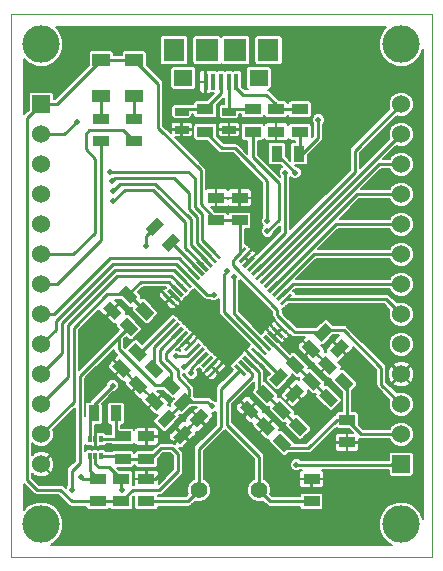
<source format=gtl>
G04 (created by PCBNEW (2013-mar-13)-testing) date Wed 17 Apr 2013 01:59:25 PM EDT*
%MOIN*%
G04 Gerber Fmt 3.4, Leading zero omitted, Abs format*
%FSLAX34Y34*%
G01*
G70*
G90*
G04 APERTURE LIST*
%ADD10C,0.006*%
%ADD11C,0.00393701*%
%ADD12R,0.063X0.0551*%
%ADD13R,0.0709X0.0748*%
%ADD14R,0.0748X0.0748*%
%ADD15R,0.0157X0.0531*%
%ADD16R,0.0118X0.0217*%
%ADD17R,0.055X0.035*%
%ADD18R,0.035X0.055*%
%ADD19C,0.125*%
%ADD20R,0.0598425X0.0401575*%
%ADD21C,0.056*%
%ADD22R,0.045X0.025*%
%ADD23R,0.06X0.06*%
%ADD24C,0.06*%
%ADD25C,0.019685*%
%ADD26C,0.01*%
%ADD27C,0.008*%
G04 APERTURE END LIST*
G54D10*
G54D11*
X39370Y-39370D02*
X39370Y-57455D01*
X39370Y-57455D02*
X53385Y-57455D01*
X53385Y-39370D02*
X53385Y-57455D01*
X39370Y-39370D02*
X53385Y-39370D01*
G54D12*
X45110Y-41495D03*
G54D13*
X44795Y-40570D03*
X47945Y-40570D03*
G54D14*
X45898Y-40570D03*
X46842Y-40570D03*
G54D12*
X47630Y-41495D03*
G54D15*
X46882Y-41623D03*
X46626Y-41623D03*
X46370Y-41623D03*
X46114Y-41623D03*
X45858Y-41623D03*
G54D16*
X42378Y-54101D03*
X42181Y-54101D03*
X41984Y-54101D03*
X41984Y-53535D03*
X42181Y-53535D03*
X42378Y-53535D03*
G54D10*
G36*
X48915Y-51370D02*
X48526Y-50981D01*
X48774Y-50734D01*
X49163Y-51123D01*
X48915Y-51370D01*
X48915Y-51370D01*
G37*
G36*
X49446Y-50840D02*
X49057Y-50451D01*
X49304Y-50204D01*
X49693Y-50592D01*
X49446Y-50840D01*
X49446Y-50840D01*
G37*
G54D17*
X50566Y-52892D03*
X50566Y-53642D03*
G54D10*
G36*
X44619Y-51424D02*
X45008Y-51813D01*
X44761Y-52060D01*
X44372Y-51671D01*
X44619Y-51424D01*
X44619Y-51424D01*
G37*
G36*
X44089Y-51954D02*
X44478Y-52343D01*
X44230Y-52591D01*
X43841Y-52202D01*
X44089Y-51954D01*
X44089Y-51954D01*
G37*
G36*
X44068Y-50873D02*
X44457Y-51262D01*
X44209Y-51509D01*
X43820Y-51120D01*
X44068Y-50873D01*
X44068Y-50873D01*
G37*
G36*
X43538Y-51403D02*
X43927Y-51792D01*
X43679Y-52040D01*
X43290Y-51651D01*
X43538Y-51403D01*
X43538Y-51403D01*
G37*
G36*
X49471Y-50041D02*
X49860Y-49652D01*
X50108Y-49900D01*
X49719Y-50289D01*
X49471Y-50041D01*
X49471Y-50041D01*
G37*
G36*
X50002Y-50572D02*
X50390Y-50183D01*
X50638Y-50430D01*
X50249Y-50819D01*
X50002Y-50572D01*
X50002Y-50572D01*
G37*
G54D17*
X46984Y-46241D03*
X46984Y-45491D03*
X46196Y-46241D03*
X46196Y-45491D03*
G54D10*
G36*
X47975Y-51537D02*
X48364Y-51148D01*
X48612Y-51396D01*
X48223Y-51785D01*
X47975Y-51537D01*
X47975Y-51537D01*
G37*
G36*
X48506Y-52068D02*
X48894Y-51679D01*
X49142Y-51926D01*
X48753Y-52315D01*
X48506Y-52068D01*
X48506Y-52068D01*
G37*
G54D17*
X47417Y-43288D03*
X47417Y-42538D03*
X45842Y-43288D03*
X45842Y-42538D03*
X43047Y-55611D03*
X43047Y-54861D03*
X42259Y-55611D03*
X42259Y-54861D03*
X43086Y-54193D03*
X43086Y-53443D03*
G54D18*
X42121Y-52677D03*
X42871Y-52677D03*
G54D17*
X42377Y-42853D03*
X42377Y-43603D03*
X43480Y-42853D03*
X43480Y-43603D03*
G54D10*
G36*
X43364Y-50110D02*
X42975Y-49722D01*
X43223Y-49474D01*
X43612Y-49863D01*
X43364Y-50110D01*
X43364Y-50110D01*
G37*
G36*
X43894Y-49580D02*
X43506Y-49191D01*
X43753Y-48944D01*
X44142Y-49333D01*
X43894Y-49580D01*
X43894Y-49580D01*
G37*
G54D18*
X48973Y-44015D03*
X48223Y-44015D03*
G54D10*
G36*
X43845Y-46518D02*
X44234Y-46129D01*
X44482Y-46376D01*
X44093Y-46765D01*
X43845Y-46518D01*
X43845Y-46518D01*
G37*
G36*
X44376Y-47048D02*
X44765Y-46659D01*
X45012Y-46907D01*
X44623Y-47295D01*
X44376Y-47048D01*
X44376Y-47048D01*
G37*
G36*
X49466Y-51921D02*
X49078Y-51533D01*
X49325Y-51285D01*
X49714Y-51674D01*
X49466Y-51921D01*
X49466Y-51921D01*
G37*
G36*
X49997Y-51391D02*
X49608Y-51002D01*
X49855Y-50755D01*
X50244Y-51144D01*
X49997Y-51391D01*
X49997Y-51391D01*
G37*
G36*
X43517Y-50322D02*
X43906Y-50711D01*
X43658Y-50958D01*
X43269Y-50569D01*
X43517Y-50322D01*
X43517Y-50322D01*
G37*
G36*
X42986Y-50852D02*
X43375Y-51241D01*
X43128Y-51488D01*
X42739Y-51099D01*
X42986Y-50852D01*
X42986Y-50852D01*
G37*
G36*
X43202Y-48393D02*
X43591Y-48781D01*
X43343Y-49029D01*
X42954Y-48640D01*
X43202Y-48393D01*
X43202Y-48393D01*
G37*
G36*
X42671Y-48923D02*
X43060Y-49312D01*
X42813Y-49559D01*
X42424Y-49170D01*
X42671Y-48923D01*
X42671Y-48923D01*
G37*
G54D17*
X49385Y-55611D03*
X49385Y-54861D03*
X43874Y-55611D03*
X43874Y-54861D03*
X43874Y-54193D03*
X43874Y-53443D03*
X48204Y-42538D03*
X48204Y-43288D03*
G54D10*
G36*
X44786Y-52364D02*
X45175Y-51975D01*
X45423Y-52223D01*
X45034Y-52612D01*
X44786Y-52364D01*
X44786Y-52364D01*
G37*
G36*
X45317Y-52894D02*
X45705Y-52506D01*
X45953Y-52753D01*
X45564Y-53142D01*
X45317Y-52894D01*
X45317Y-52894D01*
G37*
G36*
X47769Y-51700D02*
X48158Y-52089D01*
X47910Y-52336D01*
X47521Y-51947D01*
X47769Y-51700D01*
X47769Y-51700D01*
G37*
G36*
X47238Y-52230D02*
X47627Y-52619D01*
X47380Y-52866D01*
X46991Y-52477D01*
X47238Y-52230D01*
X47238Y-52230D01*
G37*
G36*
X48320Y-52251D02*
X48709Y-52640D01*
X48461Y-52887D01*
X48072Y-52498D01*
X48320Y-52251D01*
X48320Y-52251D01*
G37*
G36*
X47790Y-52781D02*
X48179Y-53170D01*
X47931Y-53418D01*
X47542Y-53029D01*
X47790Y-52781D01*
X47790Y-52781D01*
G37*
G36*
X44235Y-52915D02*
X44624Y-52526D01*
X44871Y-52774D01*
X44483Y-53163D01*
X44235Y-52915D01*
X44235Y-52915D01*
G37*
G36*
X44765Y-53446D02*
X45154Y-53057D01*
X45402Y-53304D01*
X45013Y-53693D01*
X44765Y-53446D01*
X44765Y-53446D01*
G37*
G36*
X47133Y-51433D02*
X46799Y-51099D01*
X46882Y-51015D01*
X47216Y-51349D01*
X47133Y-51433D01*
X47133Y-51433D01*
G37*
G36*
X47272Y-51293D02*
X46938Y-50959D01*
X47022Y-50876D01*
X47356Y-51210D01*
X47272Y-51293D01*
X47272Y-51293D01*
G37*
G36*
X47411Y-51154D02*
X47077Y-50820D01*
X47161Y-50737D01*
X47495Y-51071D01*
X47411Y-51154D01*
X47411Y-51154D01*
G37*
G36*
X47550Y-51015D02*
X47216Y-50681D01*
X47300Y-50597D01*
X47634Y-50932D01*
X47550Y-51015D01*
X47550Y-51015D01*
G37*
G36*
X47690Y-50876D02*
X47356Y-50542D01*
X47439Y-50458D01*
X47773Y-50792D01*
X47690Y-50876D01*
X47690Y-50876D01*
G37*
G36*
X47829Y-50737D02*
X47495Y-50403D01*
X47578Y-50319D01*
X47912Y-50653D01*
X47829Y-50737D01*
X47829Y-50737D01*
G37*
G36*
X47968Y-50597D02*
X47634Y-50263D01*
X47718Y-50180D01*
X48052Y-50514D01*
X47968Y-50597D01*
X47968Y-50597D01*
G37*
G36*
X48107Y-50458D02*
X47773Y-50124D01*
X47857Y-50041D01*
X48191Y-50375D01*
X48107Y-50458D01*
X48107Y-50458D01*
G37*
G36*
X48246Y-50319D02*
X47912Y-49985D01*
X47996Y-49901D01*
X48330Y-50236D01*
X48246Y-50319D01*
X48246Y-50319D01*
G37*
G36*
X48386Y-50180D02*
X48052Y-49846D01*
X48135Y-49762D01*
X48469Y-50096D01*
X48386Y-50180D01*
X48386Y-50180D01*
G37*
G36*
X48525Y-50041D02*
X48191Y-49707D01*
X48274Y-49623D01*
X48608Y-49957D01*
X48525Y-50041D01*
X48525Y-50041D01*
G37*
G36*
X48664Y-49901D02*
X48330Y-49567D01*
X48413Y-49484D01*
X48748Y-49818D01*
X48664Y-49901D01*
X48664Y-49901D01*
G37*
G36*
X48413Y-49066D02*
X48330Y-48983D01*
X48664Y-48649D01*
X48748Y-48732D01*
X48413Y-49066D01*
X48413Y-49066D01*
G37*
G36*
X48274Y-48927D02*
X48191Y-48844D01*
X48525Y-48510D01*
X48608Y-48593D01*
X48274Y-48927D01*
X48274Y-48927D01*
G37*
G36*
X48135Y-48788D02*
X48052Y-48704D01*
X48386Y-48370D01*
X48469Y-48454D01*
X48135Y-48788D01*
X48135Y-48788D01*
G37*
G36*
X47996Y-48649D02*
X47912Y-48565D01*
X48246Y-48231D01*
X48330Y-48315D01*
X47996Y-48649D01*
X47996Y-48649D01*
G37*
G36*
X47857Y-48510D02*
X47773Y-48426D01*
X48107Y-48092D01*
X48191Y-48175D01*
X47857Y-48510D01*
X47857Y-48510D01*
G37*
G36*
X47718Y-48370D02*
X47634Y-48287D01*
X47968Y-47953D01*
X48052Y-48036D01*
X47718Y-48370D01*
X47718Y-48370D01*
G37*
G36*
X47578Y-48231D02*
X47495Y-48148D01*
X47829Y-47814D01*
X47912Y-47897D01*
X47578Y-48231D01*
X47578Y-48231D01*
G37*
G36*
X47439Y-48092D02*
X47356Y-48008D01*
X47690Y-47674D01*
X47773Y-47758D01*
X47439Y-48092D01*
X47439Y-48092D01*
G37*
G36*
X47300Y-47953D02*
X47216Y-47869D01*
X47550Y-47535D01*
X47634Y-47619D01*
X47300Y-47953D01*
X47300Y-47953D01*
G37*
G36*
X47161Y-47814D02*
X47077Y-47730D01*
X47411Y-47396D01*
X47495Y-47479D01*
X47161Y-47814D01*
X47161Y-47814D01*
G37*
G36*
X47022Y-47674D02*
X46938Y-47591D01*
X47272Y-47257D01*
X47356Y-47340D01*
X47022Y-47674D01*
X47022Y-47674D01*
G37*
G36*
X46882Y-47535D02*
X46799Y-47452D01*
X47133Y-47118D01*
X47216Y-47201D01*
X46882Y-47535D01*
X46882Y-47535D01*
G37*
G36*
X46298Y-47535D02*
X45964Y-47201D01*
X46047Y-47118D01*
X46381Y-47452D01*
X46298Y-47535D01*
X46298Y-47535D01*
G37*
G36*
X46159Y-47674D02*
X45824Y-47340D01*
X45908Y-47257D01*
X46242Y-47591D01*
X46159Y-47674D01*
X46159Y-47674D01*
G37*
G36*
X46019Y-47814D02*
X45685Y-47479D01*
X45769Y-47396D01*
X46103Y-47730D01*
X46019Y-47814D01*
X46019Y-47814D01*
G37*
G36*
X45880Y-47953D02*
X45546Y-47619D01*
X45630Y-47535D01*
X45964Y-47869D01*
X45880Y-47953D01*
X45880Y-47953D01*
G37*
G36*
X45741Y-48092D02*
X45407Y-47758D01*
X45490Y-47674D01*
X45824Y-48008D01*
X45741Y-48092D01*
X45741Y-48092D01*
G37*
G36*
X45602Y-48231D02*
X45268Y-47897D01*
X45351Y-47814D01*
X45685Y-48148D01*
X45602Y-48231D01*
X45602Y-48231D01*
G37*
G36*
X45463Y-48370D02*
X45129Y-48036D01*
X45212Y-47953D01*
X45546Y-48287D01*
X45463Y-48370D01*
X45463Y-48370D01*
G37*
G36*
X45323Y-48510D02*
X44989Y-48175D01*
X45073Y-48092D01*
X45407Y-48426D01*
X45323Y-48510D01*
X45323Y-48510D01*
G37*
G36*
X45184Y-48649D02*
X44850Y-48315D01*
X44934Y-48231D01*
X45268Y-48565D01*
X45184Y-48649D01*
X45184Y-48649D01*
G37*
G36*
X45045Y-48788D02*
X44711Y-48454D01*
X44794Y-48370D01*
X45129Y-48704D01*
X45045Y-48788D01*
X45045Y-48788D01*
G37*
G36*
X44906Y-48927D02*
X44572Y-48593D01*
X44655Y-48510D01*
X44989Y-48844D01*
X44906Y-48927D01*
X44906Y-48927D01*
G37*
G36*
X44767Y-49066D02*
X44433Y-48732D01*
X44516Y-48649D01*
X44850Y-48983D01*
X44767Y-49066D01*
X44767Y-49066D01*
G37*
G36*
X44516Y-49901D02*
X44433Y-49818D01*
X44767Y-49484D01*
X44850Y-49567D01*
X44516Y-49901D01*
X44516Y-49901D01*
G37*
G36*
X44655Y-50041D02*
X44572Y-49957D01*
X44906Y-49623D01*
X44989Y-49707D01*
X44655Y-50041D01*
X44655Y-50041D01*
G37*
G36*
X44794Y-50180D02*
X44711Y-50096D01*
X45045Y-49762D01*
X45129Y-49846D01*
X44794Y-50180D01*
X44794Y-50180D01*
G37*
G36*
X44934Y-50319D02*
X44850Y-50236D01*
X45184Y-49901D01*
X45268Y-49985D01*
X44934Y-50319D01*
X44934Y-50319D01*
G37*
G36*
X45073Y-50458D02*
X44989Y-50375D01*
X45323Y-50041D01*
X45407Y-50124D01*
X45073Y-50458D01*
X45073Y-50458D01*
G37*
G36*
X45212Y-50597D02*
X45129Y-50514D01*
X45463Y-50180D01*
X45546Y-50263D01*
X45212Y-50597D01*
X45212Y-50597D01*
G37*
G36*
X45351Y-50737D02*
X45268Y-50653D01*
X45602Y-50319D01*
X45685Y-50403D01*
X45351Y-50737D01*
X45351Y-50737D01*
G37*
G36*
X45490Y-50876D02*
X45407Y-50792D01*
X45741Y-50458D01*
X45824Y-50542D01*
X45490Y-50876D01*
X45490Y-50876D01*
G37*
G36*
X45630Y-51015D02*
X45546Y-50932D01*
X45880Y-50597D01*
X45964Y-50681D01*
X45630Y-51015D01*
X45630Y-51015D01*
G37*
G36*
X45769Y-51154D02*
X45685Y-51071D01*
X46019Y-50737D01*
X46103Y-50820D01*
X45769Y-51154D01*
X45769Y-51154D01*
G37*
G36*
X45908Y-51293D02*
X45824Y-51210D01*
X46159Y-50876D01*
X46242Y-50959D01*
X45908Y-51293D01*
X45908Y-51293D01*
G37*
G36*
X46047Y-51433D02*
X45964Y-51349D01*
X46298Y-51015D01*
X46381Y-51099D01*
X46047Y-51433D01*
X46047Y-51433D01*
G37*
G54D19*
X52370Y-40370D03*
X40370Y-56370D03*
X40370Y-40370D03*
X52370Y-56370D03*
G54D20*
X43480Y-42096D03*
X43480Y-40895D03*
X42377Y-42096D03*
X42377Y-40895D03*
G54D21*
X47629Y-55236D03*
X45629Y-55236D03*
G54D17*
X48992Y-42538D03*
X48992Y-43288D03*
G54D10*
G36*
X48482Y-53969D02*
X48093Y-53580D01*
X48341Y-53332D01*
X48730Y-53721D01*
X48482Y-53969D01*
X48482Y-53969D01*
G37*
G36*
X49013Y-53438D02*
X48624Y-53049D01*
X48871Y-52802D01*
X49260Y-53191D01*
X49013Y-53438D01*
X49013Y-53438D01*
G37*
G36*
X50407Y-51306D02*
X50795Y-51695D01*
X50548Y-51942D01*
X50159Y-51553D01*
X50407Y-51306D01*
X50407Y-51306D01*
G37*
G36*
X49876Y-51836D02*
X50265Y-52225D01*
X50018Y-52473D01*
X49629Y-52084D01*
X49876Y-51836D01*
X49876Y-51836D01*
G37*
G54D22*
X46629Y-42613D03*
X46629Y-43213D03*
X45055Y-42613D03*
X45055Y-43213D03*
G54D23*
X40370Y-42370D03*
G54D24*
X40370Y-43370D03*
X40370Y-44370D03*
X40370Y-45370D03*
X40370Y-46370D03*
X40370Y-47370D03*
X40370Y-48370D03*
X40370Y-49370D03*
X40370Y-50370D03*
X40370Y-51370D03*
X40370Y-52370D03*
X40370Y-53370D03*
X40370Y-54370D03*
G54D23*
X52370Y-54370D03*
G54D24*
X52370Y-53370D03*
X52370Y-52370D03*
X52370Y-51370D03*
X52370Y-50370D03*
X52370Y-49370D03*
X52370Y-48370D03*
X52370Y-47370D03*
X52370Y-46370D03*
X52370Y-45370D03*
X52370Y-44370D03*
X52370Y-43370D03*
X52370Y-42370D03*
G54D25*
X41397Y-55216D03*
X48503Y-44645D03*
X42677Y-44625D03*
X42736Y-44921D03*
X48838Y-44645D03*
X46122Y-48720D03*
X43858Y-47106D03*
X42755Y-45275D03*
X42775Y-45590D03*
X46574Y-47933D03*
X47913Y-46594D03*
X47913Y-46259D03*
X46791Y-48129D03*
X44448Y-53543D03*
X44507Y-54507D03*
X46968Y-52893D03*
X45944Y-53169D03*
X43051Y-55236D03*
X45374Y-51338D03*
X41692Y-54803D03*
X45137Y-51141D03*
X44881Y-50767D03*
X42755Y-51751D03*
X49606Y-42893D03*
X41555Y-42952D03*
X48877Y-54389D03*
X46062Y-52440D03*
G54D26*
X43293Y-49792D02*
X43293Y-49796D01*
X41397Y-54586D02*
X41397Y-55216D01*
X41653Y-54330D02*
X41397Y-54586D01*
X41653Y-51437D02*
X41653Y-54330D01*
X43293Y-49796D02*
X41653Y-51437D01*
X52370Y-53370D02*
X51044Y-53370D01*
X51044Y-53370D02*
X50566Y-52892D01*
X44690Y-51742D02*
X44163Y-51742D01*
X42952Y-50133D02*
X43293Y-49792D01*
X42952Y-50531D02*
X42952Y-50133D01*
X44163Y-51742D02*
X42952Y-50531D01*
X44920Y-49971D02*
X44910Y-49971D01*
X44690Y-51284D02*
X44690Y-51742D01*
X44330Y-50925D02*
X44690Y-51284D01*
X44330Y-50551D02*
X44330Y-50925D01*
X44910Y-49971D02*
X44330Y-50551D01*
X48412Y-53650D02*
X48414Y-53650D01*
X50217Y-52892D02*
X50566Y-52892D01*
X49271Y-53838D02*
X50217Y-52892D01*
X48602Y-53838D02*
X49271Y-53838D01*
X48414Y-53650D02*
X48602Y-53838D01*
X50566Y-52892D02*
X50566Y-51713D01*
X50566Y-51713D02*
X50477Y-51624D01*
X47425Y-47744D02*
X47432Y-47744D01*
X48503Y-46673D02*
X48503Y-44645D01*
X47432Y-47744D02*
X48503Y-46673D01*
X46172Y-47326D02*
X46165Y-47326D01*
X45275Y-44625D02*
X42677Y-44625D01*
X45492Y-44842D02*
X45275Y-44625D01*
X45492Y-45787D02*
X45492Y-44842D01*
X45748Y-46043D02*
X45492Y-45787D01*
X45748Y-46909D02*
X45748Y-46043D01*
X46165Y-47326D02*
X45748Y-46909D01*
X46033Y-47466D02*
X46029Y-47466D01*
X42834Y-44822D02*
X42736Y-44921D01*
X44783Y-44822D02*
X42834Y-44822D01*
X45295Y-45334D02*
X44783Y-44822D01*
X45295Y-45866D02*
X45295Y-45334D01*
X45551Y-46122D02*
X45295Y-45866D01*
X45551Y-46988D02*
X45551Y-46122D01*
X46029Y-47466D02*
X45551Y-46988D01*
X44429Y-47500D02*
X44954Y-47500D01*
X44954Y-47500D02*
X45476Y-48022D01*
X40370Y-49370D02*
X40807Y-49370D01*
X40807Y-49370D02*
X42677Y-47500D01*
X42677Y-47500D02*
X44429Y-47500D01*
X44429Y-47500D02*
X44431Y-47500D01*
X45337Y-48162D02*
X45337Y-48172D01*
X48223Y-44030D02*
X48223Y-44015D01*
X48838Y-44645D02*
X48223Y-44030D01*
X45885Y-48720D02*
X46122Y-48720D01*
X45337Y-48172D02*
X45885Y-48720D01*
X44468Y-47696D02*
X44872Y-47696D01*
X40377Y-50370D02*
X40866Y-49881D01*
X40866Y-49881D02*
X40866Y-49586D01*
X40866Y-49586D02*
X42755Y-47696D01*
X42755Y-47696D02*
X44468Y-47696D01*
X40370Y-50370D02*
X40377Y-50370D01*
X44872Y-47696D02*
X45337Y-48162D01*
X44625Y-47893D02*
X44791Y-47893D01*
X40370Y-51362D02*
X41062Y-50669D01*
X41062Y-50669D02*
X41062Y-49665D01*
X41062Y-49665D02*
X42834Y-47893D01*
X42834Y-47893D02*
X44625Y-47893D01*
X40370Y-51370D02*
X40370Y-51362D01*
X44791Y-47893D02*
X45198Y-48301D01*
X40370Y-52370D02*
X40370Y-52366D01*
X44709Y-48090D02*
X45059Y-48440D01*
X42913Y-48090D02*
X44709Y-48090D01*
X41259Y-49744D02*
X42913Y-48090D01*
X41259Y-51476D02*
X41259Y-49744D01*
X40370Y-52366D02*
X41259Y-51476D01*
X48539Y-48858D02*
X51858Y-48858D01*
X51858Y-48858D02*
X52370Y-49370D01*
X48400Y-48718D02*
X48407Y-48718D01*
X48755Y-48370D02*
X52370Y-48370D01*
X48407Y-48718D02*
X48755Y-48370D01*
X48260Y-48579D02*
X48260Y-48569D01*
X49460Y-47370D02*
X52370Y-47370D01*
X48260Y-48569D02*
X49460Y-47370D01*
X48121Y-48440D02*
X48121Y-48433D01*
X50185Y-46370D02*
X52370Y-46370D01*
X48121Y-48433D02*
X50185Y-46370D01*
X47982Y-48301D02*
X47982Y-48297D01*
X50909Y-45370D02*
X52370Y-45370D01*
X47982Y-48297D02*
X50909Y-45370D01*
X47843Y-48162D02*
X47843Y-48160D01*
X51633Y-44370D02*
X52370Y-44370D01*
X47843Y-48160D02*
X51633Y-44370D01*
X47704Y-48022D02*
X47705Y-48022D01*
X52358Y-43370D02*
X52370Y-43370D01*
X47705Y-48022D02*
X52358Y-43370D01*
X47564Y-47883D02*
X47569Y-47883D01*
X50826Y-43913D02*
X52370Y-42370D01*
X50826Y-44625D02*
X50826Y-43913D01*
X47569Y-47883D02*
X50826Y-44625D01*
X44163Y-46447D02*
X44162Y-46447D01*
X43858Y-46751D02*
X43858Y-47106D01*
X44162Y-46447D02*
X43858Y-46751D01*
X43273Y-48711D02*
X42568Y-48711D01*
X41456Y-52283D02*
X40370Y-53370D01*
X41456Y-49822D02*
X41456Y-52283D01*
X42568Y-48711D02*
X41456Y-49822D01*
X43824Y-49262D02*
X43273Y-48711D01*
X44920Y-48579D02*
X44914Y-48579D01*
X43696Y-48287D02*
X43273Y-48711D01*
X44622Y-48287D02*
X43696Y-48287D01*
X44914Y-48579D02*
X44622Y-48287D01*
X45894Y-47605D02*
X45892Y-47605D01*
X43011Y-45019D02*
X42755Y-45275D01*
X44173Y-45019D02*
X43011Y-45019D01*
X45354Y-46200D02*
X44173Y-45019D01*
X45354Y-47066D02*
X45354Y-46200D01*
X45892Y-47605D02*
X45354Y-47066D01*
X40370Y-47370D02*
X41448Y-47370D01*
X43105Y-43228D02*
X43480Y-43603D01*
X41968Y-43228D02*
X43105Y-43228D01*
X41850Y-43346D02*
X41968Y-43228D01*
X41850Y-43877D02*
X41850Y-43346D01*
X42165Y-44192D02*
X41850Y-43877D01*
X42165Y-46653D02*
X42165Y-44192D01*
X41448Y-47370D02*
X42165Y-46653D01*
X45755Y-47744D02*
X45755Y-47743D01*
X43149Y-45216D02*
X42775Y-45590D01*
X44094Y-45216D02*
X43149Y-45216D01*
X45157Y-46279D02*
X44094Y-45216D01*
X45157Y-47145D02*
X45157Y-46279D01*
X45755Y-47743D02*
X45157Y-47145D01*
X40370Y-48370D02*
X40901Y-48370D01*
X42377Y-46303D02*
X42377Y-43603D01*
X42377Y-46893D02*
X42377Y-46303D01*
X40901Y-48370D02*
X42377Y-46893D01*
X46574Y-47933D02*
X46456Y-48051D01*
X47693Y-50528D02*
X46673Y-49507D01*
X47913Y-46594D02*
X48287Y-46220D01*
X48287Y-46220D02*
X48287Y-45000D01*
X48287Y-45000D02*
X47417Y-44129D01*
X47417Y-43288D02*
X47417Y-44129D01*
X47693Y-50528D02*
X47704Y-50528D01*
X46456Y-49291D02*
X46673Y-49507D01*
X46456Y-48051D02*
X46456Y-49291D01*
X46791Y-48129D02*
X46791Y-49330D01*
X46830Y-43838D02*
X46392Y-43838D01*
X45842Y-43288D02*
X46392Y-43838D01*
X47843Y-50382D02*
X47843Y-50389D01*
X47913Y-44921D02*
X47421Y-44429D01*
X47913Y-45177D02*
X47913Y-44921D01*
X47913Y-46259D02*
X47913Y-45177D01*
X47843Y-50382D02*
X46909Y-49448D01*
X47421Y-44429D02*
X46830Y-43838D01*
X46791Y-49330D02*
X46909Y-49448D01*
X43874Y-53443D02*
X44349Y-53443D01*
X44349Y-53443D02*
X44448Y-53543D01*
X43874Y-54861D02*
X44154Y-54861D01*
X44154Y-54861D02*
X44507Y-54507D01*
X47309Y-52548D02*
X47309Y-52552D01*
X47309Y-52552D02*
X46968Y-52893D01*
X45635Y-52824D02*
X45635Y-52859D01*
X45635Y-52859D02*
X45944Y-53169D01*
X45616Y-47883D02*
X45616Y-47879D01*
X44713Y-46977D02*
X44694Y-46977D01*
X45616Y-47879D02*
X44713Y-46977D01*
X45842Y-42538D02*
X45130Y-42538D01*
X45130Y-42538D02*
X45055Y-42613D01*
X46370Y-41623D02*
X46370Y-42010D01*
X46370Y-42010D02*
X45842Y-42538D01*
X47564Y-50667D02*
X47564Y-50675D01*
X48293Y-51404D02*
X48293Y-51467D01*
X47564Y-50675D02*
X48293Y-51404D01*
X44641Y-49693D02*
X44637Y-49693D01*
X43690Y-50640D02*
X43587Y-50640D01*
X44637Y-49693D02*
X43690Y-50640D01*
X45629Y-55236D02*
X45629Y-53858D01*
X46358Y-51874D02*
X47008Y-51224D01*
X46358Y-53129D02*
X46358Y-51874D01*
X45629Y-53858D02*
X46358Y-53129D01*
X43874Y-55611D02*
X45254Y-55611D01*
X45254Y-55611D02*
X45629Y-55236D01*
X47629Y-55236D02*
X47629Y-54123D01*
X47401Y-51339D02*
X47147Y-51085D01*
X47401Y-51456D02*
X47401Y-51339D01*
X46555Y-52303D02*
X47401Y-51456D01*
X46555Y-53048D02*
X46555Y-52303D01*
X47629Y-54123D02*
X46555Y-53048D01*
X49385Y-55611D02*
X48004Y-55611D01*
X48004Y-55611D02*
X47629Y-55236D01*
X43480Y-42096D02*
X43480Y-42853D01*
X45755Y-50806D02*
X45748Y-50806D01*
X43047Y-55232D02*
X43047Y-54861D01*
X43051Y-55236D02*
X43047Y-55232D01*
X45374Y-51181D02*
X45374Y-51338D01*
X45748Y-50806D02*
X45374Y-51181D01*
X42181Y-54101D02*
X42181Y-54366D01*
X43030Y-54861D02*
X43047Y-54861D01*
X42637Y-54468D02*
X43030Y-54861D01*
X42283Y-54468D02*
X42637Y-54468D01*
X42181Y-54366D02*
X42283Y-54468D01*
X45616Y-50667D02*
X45611Y-50667D01*
X41750Y-54861D02*
X42259Y-54861D01*
X41692Y-54803D02*
X41750Y-54861D01*
X45611Y-50667D02*
X45137Y-51141D01*
X41984Y-54101D02*
X41984Y-54385D01*
X41988Y-54589D02*
X42259Y-54861D01*
X41988Y-54389D02*
X41988Y-54589D01*
X41984Y-54385D02*
X41988Y-54389D01*
X42121Y-52677D02*
X42121Y-52386D01*
X45475Y-50528D02*
X45476Y-50528D01*
X45236Y-50767D02*
X45475Y-50528D01*
X45216Y-50767D02*
X45236Y-50767D01*
X45137Y-50767D02*
X45216Y-50767D01*
X44881Y-50767D02*
X45137Y-50767D01*
X42121Y-52386D02*
X42755Y-51751D01*
X41984Y-53535D02*
X41984Y-52814D01*
X41984Y-52814D02*
X42121Y-52677D01*
X42871Y-52677D02*
X42871Y-53228D01*
X42871Y-53228D02*
X43086Y-53443D01*
X42378Y-53535D02*
X42994Y-53535D01*
X42994Y-53535D02*
X43086Y-53443D01*
X42377Y-42096D02*
X42377Y-42853D01*
X48992Y-42538D02*
X48204Y-42538D01*
X46882Y-41623D02*
X46882Y-41842D01*
X48204Y-42377D02*
X48204Y-42538D01*
X47874Y-42047D02*
X48204Y-42377D01*
X47086Y-42047D02*
X47874Y-42047D01*
X46882Y-41842D02*
X47086Y-42047D01*
X47417Y-42538D02*
X46704Y-42538D01*
X46704Y-42538D02*
X46629Y-42613D01*
X46626Y-41623D02*
X46626Y-42609D01*
X46626Y-42609D02*
X46629Y-42613D01*
X40370Y-43370D02*
X41137Y-43370D01*
X49074Y-44015D02*
X48973Y-44015D01*
X49606Y-43484D02*
X49074Y-44015D01*
X49606Y-42893D02*
X49606Y-43484D01*
X41137Y-43370D02*
X41555Y-42952D01*
X48992Y-43288D02*
X48992Y-43997D01*
X48992Y-43997D02*
X48973Y-44015D01*
X48539Y-49693D02*
X48539Y-49681D01*
X46751Y-47583D02*
X47008Y-47326D01*
X46751Y-47736D02*
X46751Y-47583D01*
X48248Y-49232D02*
X46751Y-47736D01*
X48248Y-49389D02*
X48248Y-49232D01*
X48539Y-49681D02*
X48248Y-49389D01*
X47008Y-47326D02*
X47008Y-46265D01*
X47008Y-46265D02*
X46984Y-46241D01*
X52370Y-52370D02*
X51712Y-51712D01*
X49859Y-49901D02*
X49789Y-49971D01*
X50452Y-49901D02*
X49859Y-49901D01*
X51712Y-51161D02*
X50452Y-49901D01*
X51712Y-51712D02*
X51712Y-51161D01*
X42259Y-55611D02*
X41398Y-55611D01*
X39901Y-42838D02*
X40370Y-42370D01*
X39901Y-54901D02*
X39901Y-42838D01*
X40216Y-55216D02*
X39901Y-54901D01*
X41003Y-55216D02*
X40216Y-55216D01*
X41398Y-55611D02*
X41003Y-55216D01*
X43874Y-54193D02*
X44014Y-54193D01*
X43422Y-55236D02*
X43047Y-55611D01*
X44311Y-55236D02*
X43422Y-55236D01*
X44940Y-54606D02*
X44311Y-55236D01*
X44940Y-54035D02*
X44940Y-54606D01*
X44744Y-53838D02*
X44940Y-54035D01*
X44370Y-53838D02*
X44744Y-53838D01*
X44014Y-54193D02*
X44370Y-53838D01*
X43086Y-54193D02*
X43874Y-54193D01*
X42378Y-54101D02*
X42994Y-54101D01*
X42994Y-54101D02*
X43086Y-54193D01*
X42259Y-55611D02*
X43047Y-55611D01*
X49789Y-49971D02*
X48817Y-49971D01*
X48817Y-49971D02*
X48539Y-49693D01*
X46196Y-46241D02*
X46196Y-46216D01*
X44271Y-41687D02*
X43480Y-40895D01*
X44271Y-43149D02*
X44271Y-41687D01*
X45688Y-44566D02*
X44271Y-43149D01*
X45688Y-45708D02*
X45688Y-44566D01*
X46196Y-46216D02*
X45688Y-45708D01*
X46984Y-46241D02*
X46196Y-46241D01*
X40370Y-42370D02*
X40903Y-42370D01*
X40903Y-42370D02*
X42377Y-40895D01*
X42377Y-40895D02*
X43480Y-40895D01*
X44781Y-49832D02*
X44773Y-49832D01*
X44139Y-50467D02*
X44139Y-51191D01*
X44773Y-49832D02*
X44139Y-50467D01*
X47286Y-50945D02*
X47286Y-50947D01*
X47637Y-51816D02*
X47839Y-52018D01*
X47637Y-51299D02*
X47637Y-51816D01*
X47286Y-50947D02*
X47637Y-51299D01*
X48391Y-52569D02*
X47839Y-52018D01*
X48942Y-53120D02*
X48391Y-52569D01*
X49947Y-52154D02*
X49396Y-51603D01*
X49396Y-51603D02*
X48845Y-51052D01*
X47982Y-50249D02*
X47986Y-50249D01*
X48788Y-51052D02*
X48845Y-51052D01*
X47986Y-50249D02*
X48788Y-51052D01*
X45104Y-52293D02*
X45915Y-52293D01*
X52066Y-54370D02*
X52370Y-54370D01*
X52047Y-54389D02*
X52066Y-54370D01*
X52027Y-54389D02*
X52047Y-54389D01*
X51929Y-54389D02*
X52027Y-54389D01*
X50433Y-54389D02*
X51929Y-54389D01*
X48877Y-54389D02*
X50433Y-54389D01*
X45915Y-52293D02*
X46062Y-52440D01*
X45059Y-50110D02*
X45059Y-50117D01*
X45295Y-52103D02*
X45104Y-52293D01*
X45295Y-51850D02*
X45295Y-52103D01*
X44921Y-51476D02*
X45295Y-51850D01*
X44921Y-51240D02*
X44921Y-51476D01*
X44527Y-50846D02*
X44921Y-51240D01*
X44527Y-50649D02*
X44527Y-50846D01*
X45059Y-50117D02*
X44527Y-50649D01*
X45104Y-52293D02*
X44553Y-52845D01*
G54D10*
G36*
X41483Y-54260D02*
X41277Y-54466D01*
X41240Y-54521D01*
X41227Y-54586D01*
X41227Y-55077D01*
X41212Y-55092D01*
X41185Y-55157D01*
X41124Y-55096D01*
X41068Y-55059D01*
X41003Y-55046D01*
X40811Y-55046D01*
X40811Y-54290D01*
X40747Y-54127D01*
X40738Y-54114D01*
X40669Y-54084D01*
X40655Y-54098D01*
X40384Y-54370D01*
X40669Y-54655D01*
X40738Y-54625D01*
X40808Y-54465D01*
X40811Y-54290D01*
X40811Y-55046D01*
X40655Y-55046D01*
X40286Y-55046D01*
X40071Y-54831D01*
X40071Y-54682D01*
X40084Y-54669D01*
X40114Y-54738D01*
X40275Y-54808D01*
X40450Y-54811D01*
X40612Y-54747D01*
X40625Y-54738D01*
X40655Y-54669D01*
X40370Y-54384D01*
X40364Y-54389D01*
X40350Y-54375D01*
X40355Y-54370D01*
X40350Y-54364D01*
X40364Y-54350D01*
X40370Y-54355D01*
X40655Y-54070D01*
X40625Y-54001D01*
X40465Y-53931D01*
X40290Y-53928D01*
X40127Y-53992D01*
X40114Y-54001D01*
X40084Y-54070D01*
X40071Y-54057D01*
X40071Y-53665D01*
X40131Y-53725D01*
X40286Y-53790D01*
X40453Y-53790D01*
X40607Y-53726D01*
X40725Y-53608D01*
X40790Y-53453D01*
X40790Y-53286D01*
X40761Y-53218D01*
X41483Y-52497D01*
X41483Y-54260D01*
X41483Y-54260D01*
G37*
G54D27*
X41483Y-54260D02*
X41277Y-54466D01*
X41240Y-54521D01*
X41227Y-54586D01*
X41227Y-55077D01*
X41212Y-55092D01*
X41185Y-55157D01*
X41124Y-55096D01*
X41068Y-55059D01*
X41003Y-55046D01*
X40811Y-55046D01*
X40811Y-54290D01*
X40747Y-54127D01*
X40738Y-54114D01*
X40669Y-54084D01*
X40655Y-54098D01*
X40384Y-54370D01*
X40669Y-54655D01*
X40738Y-54625D01*
X40808Y-54465D01*
X40811Y-54290D01*
X40811Y-55046D01*
X40655Y-55046D01*
X40286Y-55046D01*
X40071Y-54831D01*
X40071Y-54682D01*
X40084Y-54669D01*
X40114Y-54738D01*
X40275Y-54808D01*
X40450Y-54811D01*
X40612Y-54747D01*
X40625Y-54738D01*
X40655Y-54669D01*
X40370Y-54384D01*
X40364Y-54389D01*
X40350Y-54375D01*
X40355Y-54370D01*
X40350Y-54364D01*
X40364Y-54350D01*
X40370Y-54355D01*
X40655Y-54070D01*
X40625Y-54001D01*
X40465Y-53931D01*
X40290Y-53928D01*
X40127Y-53992D01*
X40114Y-54001D01*
X40084Y-54070D01*
X40071Y-54057D01*
X40071Y-53665D01*
X40131Y-53725D01*
X40286Y-53790D01*
X40453Y-53790D01*
X40607Y-53726D01*
X40725Y-53608D01*
X40790Y-53453D01*
X40790Y-53286D01*
X40761Y-53218D01*
X41483Y-52497D01*
X41483Y-54260D01*
G54D10*
G36*
X44770Y-54535D02*
X44289Y-55017D01*
X44289Y-54658D01*
X44267Y-54607D01*
X44228Y-54567D01*
X44176Y-54546D01*
X44121Y-54546D01*
X43919Y-54546D01*
X43884Y-54581D01*
X43884Y-54851D01*
X44254Y-54851D01*
X44289Y-54816D01*
X44289Y-54658D01*
X44289Y-55017D01*
X44289Y-55017D01*
X44289Y-54906D01*
X44254Y-54871D01*
X43884Y-54871D01*
X43884Y-54879D01*
X43864Y-54879D01*
X43864Y-54871D01*
X43864Y-54851D01*
X43864Y-54581D01*
X43829Y-54546D01*
X43626Y-54546D01*
X43571Y-54546D01*
X43519Y-54567D01*
X43480Y-54607D01*
X43458Y-54658D01*
X43459Y-54816D01*
X43494Y-54851D01*
X43864Y-54851D01*
X43864Y-54871D01*
X43494Y-54871D01*
X43459Y-54906D01*
X43458Y-55063D01*
X43459Y-55066D01*
X43439Y-55066D01*
X43442Y-55060D01*
X43442Y-55012D01*
X43442Y-54662D01*
X43424Y-54618D01*
X43390Y-54584D01*
X43346Y-54566D01*
X43298Y-54566D01*
X42975Y-54566D01*
X42898Y-54488D01*
X43385Y-54488D01*
X43429Y-54470D01*
X43463Y-54436D01*
X43480Y-54395D01*
X43497Y-54436D01*
X43530Y-54470D01*
X43575Y-54488D01*
X43622Y-54488D01*
X44172Y-54488D01*
X44216Y-54470D01*
X44250Y-54436D01*
X44268Y-54392D01*
X44269Y-54345D01*
X44269Y-54180D01*
X44440Y-54008D01*
X44673Y-54008D01*
X44770Y-54105D01*
X44770Y-54535D01*
X44770Y-54535D01*
G37*
G54D27*
X44770Y-54535D02*
X44289Y-55017D01*
X44289Y-54658D01*
X44267Y-54607D01*
X44228Y-54567D01*
X44176Y-54546D01*
X44121Y-54546D01*
X43919Y-54546D01*
X43884Y-54581D01*
X43884Y-54851D01*
X44254Y-54851D01*
X44289Y-54816D01*
X44289Y-54658D01*
X44289Y-55017D01*
X44289Y-55017D01*
X44289Y-54906D01*
X44254Y-54871D01*
X43884Y-54871D01*
X43884Y-54879D01*
X43864Y-54879D01*
X43864Y-54871D01*
X43864Y-54851D01*
X43864Y-54581D01*
X43829Y-54546D01*
X43626Y-54546D01*
X43571Y-54546D01*
X43519Y-54567D01*
X43480Y-54607D01*
X43458Y-54658D01*
X43459Y-54816D01*
X43494Y-54851D01*
X43864Y-54851D01*
X43864Y-54871D01*
X43494Y-54871D01*
X43459Y-54906D01*
X43458Y-55063D01*
X43459Y-55066D01*
X43439Y-55066D01*
X43442Y-55060D01*
X43442Y-55012D01*
X43442Y-54662D01*
X43424Y-54618D01*
X43390Y-54584D01*
X43346Y-54566D01*
X43298Y-54566D01*
X42975Y-54566D01*
X42898Y-54488D01*
X43385Y-54488D01*
X43429Y-54470D01*
X43463Y-54436D01*
X43480Y-54395D01*
X43497Y-54436D01*
X43530Y-54470D01*
X43575Y-54488D01*
X43622Y-54488D01*
X44172Y-54488D01*
X44216Y-54470D01*
X44250Y-54436D01*
X44268Y-54392D01*
X44269Y-54345D01*
X44269Y-54180D01*
X44440Y-54008D01*
X44673Y-54008D01*
X44770Y-54105D01*
X44770Y-54535D01*
G54D10*
G36*
X46188Y-53059D02*
X45826Y-53421D01*
X45826Y-53078D01*
X45826Y-53029D01*
X45635Y-52838D01*
X45621Y-52852D01*
X45621Y-52824D01*
X45430Y-52633D01*
X45380Y-52633D01*
X45237Y-52776D01*
X45198Y-52815D01*
X45177Y-52867D01*
X45177Y-52917D01*
X45127Y-52917D01*
X45075Y-52938D01*
X45036Y-52977D01*
X44893Y-53120D01*
X44893Y-53170D01*
X45084Y-53361D01*
X45345Y-53099D01*
X45345Y-53085D01*
X45359Y-53085D01*
X45621Y-52824D01*
X45621Y-52852D01*
X45373Y-53099D01*
X45373Y-53113D01*
X45359Y-53113D01*
X45098Y-53375D01*
X45289Y-53566D01*
X45338Y-53566D01*
X45481Y-53423D01*
X45521Y-53383D01*
X45542Y-53332D01*
X45542Y-53282D01*
X45592Y-53282D01*
X45643Y-53261D01*
X45683Y-53221D01*
X45826Y-53078D01*
X45826Y-53421D01*
X45509Y-53738D01*
X45472Y-53793D01*
X45459Y-53858D01*
X45459Y-54873D01*
X45403Y-54896D01*
X45291Y-55009D01*
X45229Y-55156D01*
X45229Y-55315D01*
X45253Y-55372D01*
X45184Y-55441D01*
X44269Y-55441D01*
X44269Y-55412D01*
X44266Y-55406D01*
X44311Y-55406D01*
X44376Y-55393D01*
X44376Y-55393D01*
X44431Y-55356D01*
X45061Y-54726D01*
X45061Y-54726D01*
X45061Y-54726D01*
X45098Y-54671D01*
X45110Y-54606D01*
X45110Y-54035D01*
X45110Y-54035D01*
X45110Y-54035D01*
X45098Y-53970D01*
X45061Y-53915D01*
X45061Y-53915D01*
X44975Y-53829D01*
X44985Y-53833D01*
X45041Y-53833D01*
X45092Y-53812D01*
X45131Y-53773D01*
X45274Y-53629D01*
X45274Y-53580D01*
X45084Y-53389D01*
X45069Y-53403D01*
X45069Y-53375D01*
X44879Y-53184D01*
X44829Y-53184D01*
X44686Y-53327D01*
X44647Y-53366D01*
X44625Y-53418D01*
X44625Y-53474D01*
X44647Y-53525D01*
X44758Y-53637D01*
X44808Y-53637D01*
X45069Y-53375D01*
X45069Y-53403D01*
X44822Y-53651D01*
X44822Y-53690D01*
X44809Y-53681D01*
X44744Y-53668D01*
X44370Y-53668D01*
X44370Y-53668D01*
X44305Y-53681D01*
X44289Y-53692D01*
X44289Y-53646D01*
X44289Y-53241D01*
X44267Y-53189D01*
X44228Y-53150D01*
X44176Y-53128D01*
X44121Y-53128D01*
X43919Y-53128D01*
X43884Y-53163D01*
X43884Y-53433D01*
X44254Y-53433D01*
X44289Y-53398D01*
X44289Y-53241D01*
X44289Y-53646D01*
X44289Y-53488D01*
X44254Y-53453D01*
X43884Y-53453D01*
X43884Y-53723D01*
X43919Y-53758D01*
X44121Y-53758D01*
X44176Y-53758D01*
X44228Y-53737D01*
X44267Y-53698D01*
X44289Y-53646D01*
X44289Y-53692D01*
X44249Y-53718D01*
X44249Y-53718D01*
X44069Y-53898D01*
X43864Y-53898D01*
X43864Y-53723D01*
X43864Y-53453D01*
X43856Y-53453D01*
X43856Y-53433D01*
X43864Y-53433D01*
X43864Y-53163D01*
X43829Y-53128D01*
X43626Y-53128D01*
X43571Y-53128D01*
X43519Y-53150D01*
X43480Y-53189D01*
X43469Y-53215D01*
X43463Y-53201D01*
X43429Y-53167D01*
X43385Y-53148D01*
X43337Y-53148D01*
X43041Y-53148D01*
X43041Y-53072D01*
X43069Y-53072D01*
X43113Y-53053D01*
X43147Y-53020D01*
X43166Y-52976D01*
X43166Y-52928D01*
X43166Y-52378D01*
X43147Y-52334D01*
X43114Y-52300D01*
X43070Y-52282D01*
X43022Y-52282D01*
X42672Y-52282D01*
X42628Y-52300D01*
X42594Y-52334D01*
X42576Y-52378D01*
X42576Y-52425D01*
X42576Y-52975D01*
X42594Y-53020D01*
X42627Y-53053D01*
X42672Y-53072D01*
X42701Y-53072D01*
X42701Y-53222D01*
X42691Y-53244D01*
X42691Y-53292D01*
X42691Y-53365D01*
X42541Y-53365D01*
X42538Y-53359D01*
X42505Y-53325D01*
X42461Y-53307D01*
X42413Y-53307D01*
X42316Y-53307D01*
X42267Y-53287D01*
X42226Y-53287D01*
X42191Y-53322D01*
X42191Y-53525D01*
X42198Y-53525D01*
X42198Y-53545D01*
X42191Y-53545D01*
X42191Y-53749D01*
X42226Y-53784D01*
X42267Y-53784D01*
X42316Y-53764D01*
X42342Y-53764D01*
X42460Y-53764D01*
X42504Y-53746D01*
X42538Y-53712D01*
X42541Y-53705D01*
X42728Y-53705D01*
X42743Y-53720D01*
X42787Y-53738D01*
X42835Y-53738D01*
X43385Y-53738D01*
X43429Y-53720D01*
X43463Y-53686D01*
X43469Y-53672D01*
X43480Y-53698D01*
X43519Y-53737D01*
X43571Y-53758D01*
X43626Y-53758D01*
X43829Y-53758D01*
X43864Y-53723D01*
X43864Y-53898D01*
X43575Y-53898D01*
X43531Y-53917D01*
X43497Y-53950D01*
X43480Y-53991D01*
X43463Y-53951D01*
X43429Y-53917D01*
X43385Y-53898D01*
X43337Y-53898D01*
X42787Y-53898D01*
X42743Y-53917D01*
X42728Y-53931D01*
X42541Y-53931D01*
X42538Y-53925D01*
X42505Y-53891D01*
X42461Y-53873D01*
X42413Y-53873D01*
X42295Y-53873D01*
X42279Y-53879D01*
X42264Y-53873D01*
X42216Y-53873D01*
X42098Y-53873D01*
X42082Y-53879D01*
X42067Y-53873D01*
X42019Y-53873D01*
X41901Y-53873D01*
X41857Y-53891D01*
X41823Y-53925D01*
X41823Y-53712D01*
X41857Y-53746D01*
X41901Y-53764D01*
X41948Y-53764D01*
X42045Y-53764D01*
X42094Y-53784D01*
X42136Y-53784D01*
X42171Y-53749D01*
X42171Y-53545D01*
X42163Y-53545D01*
X42163Y-53525D01*
X42171Y-53525D01*
X42171Y-53322D01*
X42154Y-53305D01*
X42154Y-53072D01*
X42319Y-53072D01*
X42363Y-53053D01*
X42397Y-53020D01*
X42416Y-52976D01*
X42416Y-52928D01*
X42416Y-52378D01*
X42402Y-52345D01*
X42777Y-51970D01*
X42799Y-51970D01*
X42879Y-51937D01*
X42940Y-51875D01*
X42974Y-51795D01*
X42974Y-51708D01*
X42941Y-51628D01*
X42879Y-51566D01*
X42799Y-51533D01*
X42712Y-51533D01*
X42632Y-51566D01*
X42570Y-51628D01*
X42537Y-51708D01*
X42537Y-51729D01*
X42000Y-52266D01*
X41990Y-52282D01*
X41922Y-52282D01*
X41878Y-52300D01*
X41844Y-52334D01*
X41826Y-52378D01*
X41826Y-52425D01*
X41826Y-52754D01*
X41823Y-52766D01*
X41823Y-51507D01*
X42785Y-50545D01*
X42795Y-50596D01*
X42832Y-50651D01*
X42912Y-50731D01*
X42907Y-50733D01*
X42796Y-50845D01*
X42796Y-50894D01*
X43057Y-51156D01*
X43063Y-51150D01*
X43077Y-51165D01*
X43071Y-51170D01*
X43333Y-51432D01*
X43347Y-51432D01*
X43347Y-51446D01*
X43608Y-51707D01*
X43614Y-51702D01*
X43628Y-51716D01*
X43622Y-51721D01*
X43884Y-51983D01*
X43898Y-51983D01*
X43898Y-51997D01*
X44160Y-52258D01*
X44350Y-52067D01*
X44350Y-52018D01*
X44245Y-51912D01*
X44443Y-51912D01*
X44693Y-52162D01*
X44737Y-52180D01*
X44784Y-52180D01*
X44811Y-52169D01*
X44685Y-52296D01*
X44666Y-52340D01*
X44666Y-52388D01*
X44679Y-52419D01*
X44648Y-52406D01*
X44603Y-52406D01*
X44618Y-52371D01*
X44618Y-52316D01*
X44596Y-52264D01*
X44557Y-52225D01*
X44414Y-52082D01*
X44365Y-52082D01*
X44174Y-52273D01*
X44179Y-52278D01*
X44165Y-52292D01*
X44160Y-52287D01*
X44145Y-52301D01*
X44145Y-52273D01*
X43884Y-52011D01*
X43870Y-52011D01*
X43870Y-51997D01*
X43608Y-51736D01*
X43594Y-51750D01*
X43594Y-51721D01*
X43333Y-51460D01*
X43319Y-51460D01*
X43319Y-51446D01*
X43057Y-51184D01*
X43043Y-51198D01*
X43043Y-51170D01*
X42781Y-50909D01*
X42732Y-50909D01*
X42620Y-51020D01*
X42599Y-51071D01*
X42599Y-51127D01*
X42620Y-51179D01*
X42660Y-51218D01*
X42803Y-51361D01*
X42852Y-51361D01*
X43043Y-51170D01*
X43043Y-51198D01*
X42866Y-51375D01*
X42866Y-51425D01*
X43009Y-51568D01*
X43049Y-51607D01*
X43100Y-51628D01*
X43150Y-51628D01*
X43150Y-51678D01*
X43171Y-51730D01*
X43211Y-51769D01*
X43354Y-51912D01*
X43403Y-51912D01*
X43594Y-51721D01*
X43594Y-51750D01*
X43417Y-51926D01*
X43417Y-51976D01*
X43560Y-52119D01*
X43600Y-52158D01*
X43651Y-52180D01*
X43701Y-52180D01*
X43701Y-52230D01*
X43723Y-52281D01*
X43762Y-52320D01*
X43905Y-52463D01*
X43954Y-52463D01*
X44145Y-52273D01*
X44145Y-52301D01*
X43969Y-52478D01*
X43969Y-52527D01*
X44112Y-52670D01*
X44151Y-52709D01*
X44203Y-52731D01*
X44250Y-52731D01*
X44133Y-52847D01*
X44115Y-52891D01*
X44115Y-52939D01*
X44133Y-52983D01*
X44167Y-53017D01*
X44414Y-53264D01*
X44459Y-53283D01*
X44506Y-53283D01*
X44550Y-53265D01*
X44584Y-53231D01*
X44973Y-52842D01*
X44991Y-52798D01*
X44991Y-52750D01*
X44978Y-52719D01*
X45010Y-52732D01*
X45057Y-52732D01*
X45102Y-52713D01*
X45135Y-52680D01*
X45352Y-52463D01*
X45550Y-52463D01*
X45444Y-52569D01*
X45444Y-52619D01*
X45635Y-52810D01*
X45640Y-52804D01*
X45654Y-52818D01*
X45649Y-52824D01*
X45840Y-53015D01*
X45889Y-53015D01*
X46032Y-52872D01*
X46072Y-52832D01*
X46093Y-52781D01*
X46093Y-52725D01*
X46072Y-52674D01*
X46057Y-52659D01*
X46106Y-52659D01*
X46186Y-52626D01*
X46188Y-52624D01*
X46188Y-53059D01*
X46188Y-53059D01*
G37*
G54D27*
X46188Y-53059D02*
X45826Y-53421D01*
X45826Y-53078D01*
X45826Y-53029D01*
X45635Y-52838D01*
X45621Y-52852D01*
X45621Y-52824D01*
X45430Y-52633D01*
X45380Y-52633D01*
X45237Y-52776D01*
X45198Y-52815D01*
X45177Y-52867D01*
X45177Y-52917D01*
X45127Y-52917D01*
X45075Y-52938D01*
X45036Y-52977D01*
X44893Y-53120D01*
X44893Y-53170D01*
X45084Y-53361D01*
X45345Y-53099D01*
X45345Y-53085D01*
X45359Y-53085D01*
X45621Y-52824D01*
X45621Y-52852D01*
X45373Y-53099D01*
X45373Y-53113D01*
X45359Y-53113D01*
X45098Y-53375D01*
X45289Y-53566D01*
X45338Y-53566D01*
X45481Y-53423D01*
X45521Y-53383D01*
X45542Y-53332D01*
X45542Y-53282D01*
X45592Y-53282D01*
X45643Y-53261D01*
X45683Y-53221D01*
X45826Y-53078D01*
X45826Y-53421D01*
X45509Y-53738D01*
X45472Y-53793D01*
X45459Y-53858D01*
X45459Y-54873D01*
X45403Y-54896D01*
X45291Y-55009D01*
X45229Y-55156D01*
X45229Y-55315D01*
X45253Y-55372D01*
X45184Y-55441D01*
X44269Y-55441D01*
X44269Y-55412D01*
X44266Y-55406D01*
X44311Y-55406D01*
X44376Y-55393D01*
X44376Y-55393D01*
X44431Y-55356D01*
X45061Y-54726D01*
X45061Y-54726D01*
X45061Y-54726D01*
X45098Y-54671D01*
X45110Y-54606D01*
X45110Y-54035D01*
X45110Y-54035D01*
X45110Y-54035D01*
X45098Y-53970D01*
X45061Y-53915D01*
X45061Y-53915D01*
X44975Y-53829D01*
X44985Y-53833D01*
X45041Y-53833D01*
X45092Y-53812D01*
X45131Y-53773D01*
X45274Y-53629D01*
X45274Y-53580D01*
X45084Y-53389D01*
X45069Y-53403D01*
X45069Y-53375D01*
X44879Y-53184D01*
X44829Y-53184D01*
X44686Y-53327D01*
X44647Y-53366D01*
X44625Y-53418D01*
X44625Y-53474D01*
X44647Y-53525D01*
X44758Y-53637D01*
X44808Y-53637D01*
X45069Y-53375D01*
X45069Y-53403D01*
X44822Y-53651D01*
X44822Y-53690D01*
X44809Y-53681D01*
X44744Y-53668D01*
X44370Y-53668D01*
X44370Y-53668D01*
X44305Y-53681D01*
X44289Y-53692D01*
X44289Y-53646D01*
X44289Y-53241D01*
X44267Y-53189D01*
X44228Y-53150D01*
X44176Y-53128D01*
X44121Y-53128D01*
X43919Y-53128D01*
X43884Y-53163D01*
X43884Y-53433D01*
X44254Y-53433D01*
X44289Y-53398D01*
X44289Y-53241D01*
X44289Y-53646D01*
X44289Y-53488D01*
X44254Y-53453D01*
X43884Y-53453D01*
X43884Y-53723D01*
X43919Y-53758D01*
X44121Y-53758D01*
X44176Y-53758D01*
X44228Y-53737D01*
X44267Y-53698D01*
X44289Y-53646D01*
X44289Y-53692D01*
X44249Y-53718D01*
X44249Y-53718D01*
X44069Y-53898D01*
X43864Y-53898D01*
X43864Y-53723D01*
X43864Y-53453D01*
X43856Y-53453D01*
X43856Y-53433D01*
X43864Y-53433D01*
X43864Y-53163D01*
X43829Y-53128D01*
X43626Y-53128D01*
X43571Y-53128D01*
X43519Y-53150D01*
X43480Y-53189D01*
X43469Y-53215D01*
X43463Y-53201D01*
X43429Y-53167D01*
X43385Y-53148D01*
X43337Y-53148D01*
X43041Y-53148D01*
X43041Y-53072D01*
X43069Y-53072D01*
X43113Y-53053D01*
X43147Y-53020D01*
X43166Y-52976D01*
X43166Y-52928D01*
X43166Y-52378D01*
X43147Y-52334D01*
X43114Y-52300D01*
X43070Y-52282D01*
X43022Y-52282D01*
X42672Y-52282D01*
X42628Y-52300D01*
X42594Y-52334D01*
X42576Y-52378D01*
X42576Y-52425D01*
X42576Y-52975D01*
X42594Y-53020D01*
X42627Y-53053D01*
X42672Y-53072D01*
X42701Y-53072D01*
X42701Y-53222D01*
X42691Y-53244D01*
X42691Y-53292D01*
X42691Y-53365D01*
X42541Y-53365D01*
X42538Y-53359D01*
X42505Y-53325D01*
X42461Y-53307D01*
X42413Y-53307D01*
X42316Y-53307D01*
X42267Y-53287D01*
X42226Y-53287D01*
X42191Y-53322D01*
X42191Y-53525D01*
X42198Y-53525D01*
X42198Y-53545D01*
X42191Y-53545D01*
X42191Y-53749D01*
X42226Y-53784D01*
X42267Y-53784D01*
X42316Y-53764D01*
X42342Y-53764D01*
X42460Y-53764D01*
X42504Y-53746D01*
X42538Y-53712D01*
X42541Y-53705D01*
X42728Y-53705D01*
X42743Y-53720D01*
X42787Y-53738D01*
X42835Y-53738D01*
X43385Y-53738D01*
X43429Y-53720D01*
X43463Y-53686D01*
X43469Y-53672D01*
X43480Y-53698D01*
X43519Y-53737D01*
X43571Y-53758D01*
X43626Y-53758D01*
X43829Y-53758D01*
X43864Y-53723D01*
X43864Y-53898D01*
X43575Y-53898D01*
X43531Y-53917D01*
X43497Y-53950D01*
X43480Y-53991D01*
X43463Y-53951D01*
X43429Y-53917D01*
X43385Y-53898D01*
X43337Y-53898D01*
X42787Y-53898D01*
X42743Y-53917D01*
X42728Y-53931D01*
X42541Y-53931D01*
X42538Y-53925D01*
X42505Y-53891D01*
X42461Y-53873D01*
X42413Y-53873D01*
X42295Y-53873D01*
X42279Y-53879D01*
X42264Y-53873D01*
X42216Y-53873D01*
X42098Y-53873D01*
X42082Y-53879D01*
X42067Y-53873D01*
X42019Y-53873D01*
X41901Y-53873D01*
X41857Y-53891D01*
X41823Y-53925D01*
X41823Y-53712D01*
X41857Y-53746D01*
X41901Y-53764D01*
X41948Y-53764D01*
X42045Y-53764D01*
X42094Y-53784D01*
X42136Y-53784D01*
X42171Y-53749D01*
X42171Y-53545D01*
X42163Y-53545D01*
X42163Y-53525D01*
X42171Y-53525D01*
X42171Y-53322D01*
X42154Y-53305D01*
X42154Y-53072D01*
X42319Y-53072D01*
X42363Y-53053D01*
X42397Y-53020D01*
X42416Y-52976D01*
X42416Y-52928D01*
X42416Y-52378D01*
X42402Y-52345D01*
X42777Y-51970D01*
X42799Y-51970D01*
X42879Y-51937D01*
X42940Y-51875D01*
X42974Y-51795D01*
X42974Y-51708D01*
X42941Y-51628D01*
X42879Y-51566D01*
X42799Y-51533D01*
X42712Y-51533D01*
X42632Y-51566D01*
X42570Y-51628D01*
X42537Y-51708D01*
X42537Y-51729D01*
X42000Y-52266D01*
X41990Y-52282D01*
X41922Y-52282D01*
X41878Y-52300D01*
X41844Y-52334D01*
X41826Y-52378D01*
X41826Y-52425D01*
X41826Y-52754D01*
X41823Y-52766D01*
X41823Y-51507D01*
X42785Y-50545D01*
X42795Y-50596D01*
X42832Y-50651D01*
X42912Y-50731D01*
X42907Y-50733D01*
X42796Y-50845D01*
X42796Y-50894D01*
X43057Y-51156D01*
X43063Y-51150D01*
X43077Y-51165D01*
X43071Y-51170D01*
X43333Y-51432D01*
X43347Y-51432D01*
X43347Y-51446D01*
X43608Y-51707D01*
X43614Y-51702D01*
X43628Y-51716D01*
X43622Y-51721D01*
X43884Y-51983D01*
X43898Y-51983D01*
X43898Y-51997D01*
X44160Y-52258D01*
X44350Y-52067D01*
X44350Y-52018D01*
X44245Y-51912D01*
X44443Y-51912D01*
X44693Y-52162D01*
X44737Y-52180D01*
X44784Y-52180D01*
X44811Y-52169D01*
X44685Y-52296D01*
X44666Y-52340D01*
X44666Y-52388D01*
X44679Y-52419D01*
X44648Y-52406D01*
X44603Y-52406D01*
X44618Y-52371D01*
X44618Y-52316D01*
X44596Y-52264D01*
X44557Y-52225D01*
X44414Y-52082D01*
X44365Y-52082D01*
X44174Y-52273D01*
X44179Y-52278D01*
X44165Y-52292D01*
X44160Y-52287D01*
X44145Y-52301D01*
X44145Y-52273D01*
X43884Y-52011D01*
X43870Y-52011D01*
X43870Y-51997D01*
X43608Y-51736D01*
X43594Y-51750D01*
X43594Y-51721D01*
X43333Y-51460D01*
X43319Y-51460D01*
X43319Y-51446D01*
X43057Y-51184D01*
X43043Y-51198D01*
X43043Y-51170D01*
X42781Y-50909D01*
X42732Y-50909D01*
X42620Y-51020D01*
X42599Y-51071D01*
X42599Y-51127D01*
X42620Y-51179D01*
X42660Y-51218D01*
X42803Y-51361D01*
X42852Y-51361D01*
X43043Y-51170D01*
X43043Y-51198D01*
X42866Y-51375D01*
X42866Y-51425D01*
X43009Y-51568D01*
X43049Y-51607D01*
X43100Y-51628D01*
X43150Y-51628D01*
X43150Y-51678D01*
X43171Y-51730D01*
X43211Y-51769D01*
X43354Y-51912D01*
X43403Y-51912D01*
X43594Y-51721D01*
X43594Y-51750D01*
X43417Y-51926D01*
X43417Y-51976D01*
X43560Y-52119D01*
X43600Y-52158D01*
X43651Y-52180D01*
X43701Y-52180D01*
X43701Y-52230D01*
X43723Y-52281D01*
X43762Y-52320D01*
X43905Y-52463D01*
X43954Y-52463D01*
X44145Y-52273D01*
X44145Y-52301D01*
X43969Y-52478D01*
X43969Y-52527D01*
X44112Y-52670D01*
X44151Y-52709D01*
X44203Y-52731D01*
X44250Y-52731D01*
X44133Y-52847D01*
X44115Y-52891D01*
X44115Y-52939D01*
X44133Y-52983D01*
X44167Y-53017D01*
X44414Y-53264D01*
X44459Y-53283D01*
X44506Y-53283D01*
X44550Y-53265D01*
X44584Y-53231D01*
X44973Y-52842D01*
X44991Y-52798D01*
X44991Y-52750D01*
X44978Y-52719D01*
X45010Y-52732D01*
X45057Y-52732D01*
X45102Y-52713D01*
X45135Y-52680D01*
X45352Y-52463D01*
X45550Y-52463D01*
X45444Y-52569D01*
X45444Y-52619D01*
X45635Y-52810D01*
X45640Y-52804D01*
X45654Y-52818D01*
X45649Y-52824D01*
X45840Y-53015D01*
X45889Y-53015D01*
X46032Y-52872D01*
X46072Y-52832D01*
X46093Y-52781D01*
X46093Y-52725D01*
X46072Y-52674D01*
X46057Y-52659D01*
X46106Y-52659D01*
X46186Y-52626D01*
X46188Y-52624D01*
X46188Y-53059D01*
G54D10*
G36*
X53109Y-56208D02*
X53002Y-55948D01*
X52811Y-55757D01*
X52811Y-51290D01*
X52790Y-51235D01*
X52790Y-50286D01*
X52726Y-50132D01*
X52608Y-50014D01*
X52453Y-49950D01*
X52286Y-49950D01*
X52132Y-50013D01*
X52014Y-50131D01*
X51950Y-50286D01*
X51950Y-50453D01*
X52013Y-50607D01*
X52131Y-50725D01*
X52286Y-50790D01*
X52453Y-50790D01*
X52607Y-50726D01*
X52725Y-50608D01*
X52790Y-50453D01*
X52790Y-50286D01*
X52790Y-51235D01*
X52747Y-51127D01*
X52738Y-51114D01*
X52669Y-51084D01*
X52655Y-51098D01*
X52655Y-51070D01*
X52625Y-51001D01*
X52465Y-50931D01*
X52290Y-50928D01*
X52127Y-50992D01*
X52114Y-51001D01*
X52084Y-51070D01*
X52370Y-51355D01*
X52655Y-51070D01*
X52655Y-51098D01*
X52384Y-51370D01*
X52669Y-51655D01*
X52738Y-51625D01*
X52808Y-51465D01*
X52811Y-51290D01*
X52811Y-55757D01*
X52792Y-55738D01*
X52790Y-55737D01*
X52790Y-54646D01*
X52790Y-54046D01*
X52771Y-54002D01*
X52738Y-53968D01*
X52694Y-53950D01*
X52646Y-53950D01*
X52046Y-53950D01*
X52002Y-53968D01*
X51968Y-54002D01*
X51950Y-54046D01*
X51950Y-54093D01*
X51950Y-54219D01*
X51929Y-54219D01*
X50981Y-54219D01*
X50981Y-53845D01*
X50981Y-53687D01*
X50946Y-53652D01*
X50576Y-53652D01*
X50576Y-53922D01*
X50611Y-53957D01*
X50814Y-53957D01*
X50869Y-53957D01*
X50921Y-53936D01*
X50960Y-53896D01*
X50981Y-53845D01*
X50981Y-54219D01*
X50556Y-54219D01*
X50556Y-53922D01*
X50556Y-53652D01*
X50556Y-53632D01*
X50556Y-53362D01*
X50521Y-53327D01*
X50319Y-53327D01*
X50263Y-53327D01*
X50212Y-53349D01*
X50173Y-53388D01*
X50151Y-53439D01*
X50151Y-53597D01*
X50186Y-53632D01*
X50556Y-53632D01*
X50556Y-53652D01*
X50186Y-53652D01*
X50151Y-53687D01*
X50151Y-53845D01*
X50173Y-53896D01*
X50212Y-53936D01*
X50263Y-53957D01*
X50319Y-53957D01*
X50521Y-53957D01*
X50556Y-53922D01*
X50556Y-54219D01*
X50433Y-54219D01*
X49016Y-54219D01*
X49001Y-54204D01*
X48921Y-54171D01*
X48834Y-54171D01*
X48754Y-54204D01*
X48692Y-54265D01*
X48659Y-54346D01*
X48659Y-54433D01*
X48692Y-54513D01*
X48754Y-54574D01*
X48834Y-54608D01*
X48921Y-54608D01*
X49001Y-54575D01*
X49016Y-54559D01*
X49050Y-54559D01*
X49031Y-54567D01*
X48992Y-54607D01*
X48970Y-54658D01*
X48970Y-54816D01*
X49005Y-54851D01*
X49375Y-54851D01*
X49375Y-54843D01*
X49395Y-54843D01*
X49395Y-54851D01*
X49765Y-54851D01*
X49800Y-54816D01*
X49800Y-54658D01*
X49779Y-54607D01*
X49740Y-54567D01*
X49721Y-54559D01*
X50433Y-54559D01*
X51929Y-54559D01*
X51950Y-54559D01*
X51950Y-54693D01*
X51968Y-54737D01*
X52002Y-54771D01*
X52046Y-54790D01*
X52093Y-54790D01*
X52693Y-54790D01*
X52737Y-54771D01*
X52771Y-54738D01*
X52790Y-54694D01*
X52790Y-54646D01*
X52790Y-55737D01*
X52518Y-55625D01*
X52222Y-55624D01*
X51948Y-55738D01*
X51738Y-55947D01*
X51625Y-56221D01*
X51624Y-56517D01*
X51738Y-56791D01*
X51947Y-57001D01*
X52056Y-57046D01*
X49800Y-57046D01*
X49800Y-55063D01*
X49800Y-54906D01*
X49765Y-54871D01*
X49395Y-54871D01*
X49395Y-55141D01*
X49430Y-55176D01*
X49633Y-55176D01*
X49688Y-55176D01*
X49740Y-55154D01*
X49779Y-55115D01*
X49800Y-55063D01*
X49800Y-57046D01*
X40683Y-57046D01*
X40791Y-57002D01*
X41001Y-56792D01*
X41114Y-56518D01*
X41115Y-56222D01*
X41002Y-55948D01*
X40792Y-55738D01*
X40518Y-55625D01*
X40222Y-55624D01*
X39948Y-55738D01*
X39803Y-55882D01*
X39803Y-55044D01*
X40096Y-55336D01*
X40096Y-55336D01*
X40151Y-55373D01*
X40216Y-55386D01*
X40216Y-55386D01*
X40216Y-55386D01*
X40933Y-55386D01*
X41278Y-55731D01*
X41333Y-55768D01*
X41333Y-55768D01*
X41398Y-55781D01*
X41864Y-55781D01*
X41864Y-55809D01*
X41883Y-55854D01*
X41916Y-55887D01*
X41960Y-55906D01*
X42008Y-55906D01*
X42558Y-55906D01*
X42602Y-55888D01*
X42636Y-55854D01*
X42653Y-55813D01*
X42670Y-55854D01*
X42704Y-55887D01*
X42748Y-55906D01*
X42796Y-55906D01*
X43346Y-55906D01*
X43390Y-55888D01*
X43423Y-55854D01*
X43442Y-55810D01*
X43442Y-55762D01*
X43442Y-55456D01*
X43479Y-55419D01*
X43478Y-55459D01*
X43478Y-55809D01*
X43497Y-55854D01*
X43530Y-55887D01*
X43575Y-55906D01*
X43622Y-55906D01*
X44172Y-55906D01*
X44216Y-55888D01*
X44250Y-55854D01*
X44268Y-55810D01*
X44269Y-55781D01*
X45254Y-55781D01*
X45319Y-55768D01*
X45319Y-55768D01*
X45375Y-55731D01*
X45493Y-55612D01*
X45550Y-55636D01*
X45709Y-55636D01*
X45856Y-55575D01*
X45968Y-55463D01*
X46029Y-55316D01*
X46029Y-55157D01*
X45969Y-55009D01*
X45856Y-54897D01*
X45799Y-54873D01*
X45799Y-53928D01*
X46478Y-53250D01*
X46493Y-53227D01*
X47459Y-54193D01*
X47459Y-54873D01*
X47403Y-54896D01*
X47291Y-55009D01*
X47229Y-55156D01*
X47229Y-55315D01*
X47290Y-55462D01*
X47403Y-55575D01*
X47550Y-55636D01*
X47709Y-55636D01*
X47766Y-55612D01*
X47884Y-55731D01*
X47884Y-55731D01*
X47939Y-55768D01*
X48004Y-55781D01*
X48990Y-55781D01*
X48990Y-55809D01*
X49009Y-55854D01*
X49042Y-55887D01*
X49086Y-55906D01*
X49134Y-55906D01*
X49684Y-55906D01*
X49728Y-55888D01*
X49762Y-55854D01*
X49780Y-55810D01*
X49780Y-55762D01*
X49780Y-55412D01*
X49762Y-55368D01*
X49728Y-55334D01*
X49684Y-55316D01*
X49637Y-55316D01*
X49375Y-55316D01*
X49375Y-55141D01*
X49375Y-54871D01*
X49005Y-54871D01*
X48970Y-54906D01*
X48970Y-55063D01*
X48992Y-55115D01*
X49031Y-55154D01*
X49082Y-55176D01*
X49138Y-55176D01*
X49340Y-55176D01*
X49375Y-55141D01*
X49375Y-55316D01*
X49087Y-55316D01*
X49042Y-55334D01*
X49009Y-55368D01*
X48990Y-55412D01*
X48990Y-55441D01*
X48075Y-55441D01*
X48006Y-55372D01*
X48029Y-55316D01*
X48029Y-55157D01*
X47969Y-55009D01*
X47856Y-54897D01*
X47799Y-54873D01*
X47799Y-54123D01*
X47786Y-54058D01*
X47786Y-54058D01*
X47750Y-54002D01*
X46725Y-52977D01*
X46725Y-52373D01*
X47467Y-51630D01*
X47467Y-51816D01*
X47470Y-51829D01*
X47420Y-51879D01*
X47401Y-51923D01*
X47401Y-51971D01*
X47419Y-52015D01*
X47453Y-52049D01*
X47842Y-52438D01*
X47886Y-52456D01*
X47934Y-52456D01*
X47965Y-52443D01*
X47952Y-52474D01*
X47952Y-52522D01*
X47971Y-52566D01*
X48004Y-52600D01*
X48393Y-52989D01*
X48437Y-53007D01*
X48485Y-53007D01*
X48517Y-52994D01*
X48504Y-53025D01*
X48504Y-53073D01*
X48522Y-53117D01*
X48556Y-53151D01*
X48944Y-53540D01*
X48989Y-53558D01*
X49036Y-53558D01*
X49080Y-53540D01*
X49114Y-53506D01*
X49362Y-53259D01*
X49380Y-53215D01*
X49380Y-53167D01*
X49362Y-53123D01*
X49328Y-53089D01*
X49015Y-52776D01*
X49015Y-52252D01*
X49015Y-52202D01*
X48824Y-52011D01*
X48810Y-52025D01*
X48810Y-51997D01*
X48619Y-51806D01*
X48569Y-51806D01*
X48426Y-51949D01*
X48387Y-51988D01*
X48365Y-52040D01*
X48366Y-52096D01*
X48387Y-52147D01*
X48498Y-52259D01*
X48548Y-52259D01*
X48810Y-51997D01*
X48810Y-52025D01*
X48562Y-52273D01*
X48562Y-52322D01*
X48674Y-52434D01*
X48725Y-52455D01*
X48781Y-52455D01*
X48832Y-52434D01*
X48872Y-52395D01*
X49015Y-52252D01*
X49015Y-52776D01*
X48939Y-52700D01*
X48895Y-52682D01*
X48847Y-52682D01*
X48816Y-52695D01*
X48829Y-52664D01*
X48829Y-52616D01*
X48811Y-52572D01*
X48777Y-52538D01*
X48388Y-52149D01*
X48344Y-52131D01*
X48296Y-52131D01*
X48265Y-52144D01*
X48278Y-52112D01*
X48278Y-52065D01*
X48259Y-52021D01*
X48226Y-51987D01*
X47837Y-51598D01*
X47807Y-51586D01*
X47807Y-51299D01*
X47794Y-51234D01*
X47794Y-51234D01*
X47758Y-51179D01*
X47659Y-51080D01*
X47659Y-51055D01*
X47425Y-50820D01*
X47420Y-50826D01*
X47406Y-50812D01*
X47411Y-50806D01*
X47177Y-50572D01*
X47127Y-50572D01*
X47098Y-50602D01*
X47078Y-50650D01*
X47059Y-50669D01*
X46976Y-50752D01*
X46969Y-50768D01*
X46954Y-50774D01*
X46920Y-50808D01*
X46836Y-50891D01*
X46830Y-50907D01*
X46814Y-50913D01*
X46781Y-50947D01*
X46697Y-51030D01*
X46679Y-51075D01*
X46679Y-51122D01*
X46697Y-51166D01*
X46731Y-51200D01*
X46761Y-51230D01*
X46521Y-51470D01*
X46521Y-51071D01*
X46500Y-51019D01*
X46461Y-50980D01*
X46470Y-50990D01*
X46421Y-50990D01*
X46416Y-50994D01*
X46416Y-50936D01*
X46377Y-50896D01*
X46366Y-50892D01*
X46361Y-50880D01*
X46321Y-50841D01*
X46331Y-50850D01*
X46282Y-50850D01*
X46248Y-50884D01*
X46218Y-50896D01*
X46064Y-51051D01*
X46064Y-51068D01*
X46047Y-51085D01*
X46156Y-51194D01*
X46156Y-51194D01*
X46172Y-51210D01*
X46189Y-51194D01*
X46206Y-51194D01*
X46361Y-51039D01*
X46373Y-51009D01*
X46407Y-50975D01*
X46407Y-50926D01*
X46416Y-50936D01*
X46416Y-50994D01*
X46187Y-51224D01*
X46296Y-51333D01*
X46345Y-51333D01*
X46500Y-51178D01*
X46521Y-51127D01*
X46521Y-51071D01*
X46521Y-51470D01*
X46281Y-51710D01*
X46281Y-51396D01*
X46281Y-51347D01*
X46172Y-51238D01*
X46158Y-51252D01*
X46158Y-51224D01*
X46049Y-51115D01*
X46049Y-51115D01*
X46033Y-51099D01*
X46017Y-51115D01*
X46000Y-51115D01*
X45845Y-51270D01*
X45833Y-51299D01*
X45799Y-51333D01*
X45799Y-51382D01*
X45789Y-51373D01*
X45829Y-51412D01*
X45840Y-51417D01*
X45845Y-51428D01*
X45884Y-51468D01*
X45875Y-51458D01*
X45924Y-51458D01*
X45958Y-51424D01*
X45987Y-51412D01*
X46142Y-51257D01*
X46142Y-51240D01*
X46158Y-51224D01*
X46158Y-51252D01*
X45938Y-51472D01*
X45938Y-51522D01*
X45929Y-51512D01*
X45968Y-51551D01*
X46019Y-51573D01*
X46075Y-51573D01*
X46127Y-51551D01*
X46281Y-51396D01*
X46281Y-51710D01*
X46238Y-51753D01*
X46201Y-51809D01*
X46188Y-51874D01*
X46188Y-52257D01*
X46186Y-52255D01*
X46106Y-52222D01*
X46085Y-52222D01*
X46036Y-52173D01*
X45980Y-52136D01*
X45915Y-52123D01*
X45493Y-52123D01*
X45491Y-52121D01*
X45465Y-52095D01*
X45465Y-51850D01*
X45465Y-51850D01*
X45465Y-51850D01*
X45452Y-51785D01*
X45415Y-51730D01*
X45415Y-51730D01*
X45091Y-51405D01*
X45091Y-51358D01*
X45094Y-51360D01*
X45155Y-51360D01*
X45155Y-51381D01*
X45188Y-51462D01*
X45250Y-51523D01*
X45330Y-51556D01*
X45417Y-51557D01*
X45497Y-51523D01*
X45559Y-51462D01*
X45592Y-51382D01*
X45592Y-51295D01*
X45565Y-51230D01*
X45620Y-51175D01*
X45686Y-51241D01*
X45706Y-51289D01*
X45745Y-51329D01*
X45735Y-51319D01*
X45785Y-51319D01*
X46019Y-51085D01*
X46014Y-51079D01*
X46028Y-51065D01*
X46033Y-51070D01*
X46267Y-50836D01*
X46267Y-50787D01*
X46277Y-50796D01*
X46238Y-50757D01*
X46190Y-50737D01*
X46171Y-50718D01*
X46087Y-50635D01*
X46072Y-50628D01*
X46065Y-50613D01*
X46032Y-50579D01*
X45948Y-50496D01*
X45933Y-50489D01*
X45926Y-50474D01*
X45893Y-50440D01*
X45809Y-50357D01*
X45793Y-50350D01*
X45787Y-50335D01*
X45753Y-50301D01*
X45685Y-50232D01*
X45665Y-50184D01*
X45626Y-50145D01*
X45635Y-50154D01*
X45586Y-50154D01*
X45581Y-50159D01*
X45581Y-50100D01*
X45542Y-50061D01*
X45530Y-50056D01*
X45526Y-50045D01*
X45486Y-50006D01*
X45496Y-50015D01*
X45446Y-50015D01*
X45413Y-50049D01*
X45383Y-50061D01*
X45228Y-50216D01*
X45228Y-50233D01*
X45212Y-50249D01*
X45228Y-50266D01*
X45321Y-50358D01*
X45337Y-50375D01*
X45353Y-50358D01*
X45371Y-50358D01*
X45526Y-50204D01*
X45538Y-50174D01*
X45572Y-50140D01*
X45572Y-50091D01*
X45581Y-50100D01*
X45581Y-50159D01*
X45351Y-50389D01*
X45357Y-50394D01*
X45343Y-50408D01*
X45337Y-50403D01*
X45332Y-50408D01*
X45318Y-50394D01*
X45323Y-50389D01*
X45307Y-50373D01*
X45214Y-50280D01*
X45198Y-50264D01*
X45182Y-50280D01*
X45165Y-50280D01*
X45010Y-50435D01*
X44998Y-50464D01*
X44964Y-50498D01*
X44964Y-50547D01*
X44954Y-50538D01*
X44994Y-50577D01*
X45005Y-50582D01*
X45005Y-50582D01*
X44925Y-50549D01*
X44868Y-50549D01*
X44933Y-50484D01*
X44950Y-50484D01*
X45184Y-50249D01*
X45178Y-50244D01*
X45193Y-50230D01*
X45198Y-50235D01*
X45432Y-50001D01*
X45432Y-49952D01*
X45442Y-49961D01*
X45403Y-49922D01*
X45354Y-49902D01*
X45336Y-49883D01*
X45252Y-49800D01*
X45237Y-49793D01*
X45230Y-49778D01*
X45197Y-49744D01*
X45113Y-49661D01*
X45097Y-49654D01*
X45091Y-49639D01*
X45057Y-49605D01*
X45015Y-49562D01*
X45015Y-49016D01*
X45015Y-48967D01*
X44981Y-48933D01*
X44969Y-48904D01*
X44930Y-48864D01*
X44814Y-48749D01*
X44797Y-48749D01*
X44781Y-48732D01*
X44766Y-48747D01*
X44672Y-48841D01*
X44672Y-48841D01*
X44655Y-48858D01*
X44672Y-48874D01*
X44672Y-48891D01*
X44787Y-49007D01*
X44827Y-49046D01*
X44856Y-49058D01*
X44890Y-49092D01*
X44939Y-49092D01*
X44969Y-49062D01*
X44974Y-49051D01*
X44985Y-49046D01*
X45015Y-49016D01*
X45015Y-49562D01*
X44974Y-49521D01*
X44958Y-49515D01*
X44952Y-49500D01*
X44918Y-49466D01*
X44876Y-49423D01*
X44876Y-49155D01*
X44876Y-49106D01*
X44641Y-48872D01*
X44627Y-48886D01*
X44627Y-48858D01*
X44393Y-48623D01*
X44343Y-48623D01*
X44314Y-48653D01*
X44293Y-48704D01*
X44293Y-48760D01*
X44314Y-48811D01*
X44353Y-48851D01*
X44469Y-48966D01*
X44518Y-48966D01*
X44627Y-48858D01*
X44627Y-48886D01*
X44532Y-48981D01*
X44532Y-49030D01*
X44648Y-49146D01*
X44687Y-49185D01*
X44739Y-49206D01*
X44795Y-49206D01*
X44846Y-49185D01*
X44876Y-49155D01*
X44876Y-49423D01*
X44835Y-49382D01*
X44791Y-49364D01*
X44743Y-49364D01*
X44699Y-49382D01*
X44665Y-49416D01*
X44331Y-49750D01*
X44325Y-49764D01*
X43727Y-50362D01*
X43585Y-50220D01*
X43541Y-50202D01*
X43493Y-50202D01*
X43449Y-50220D01*
X43415Y-50254D01*
X43168Y-50501D01*
X43166Y-50505D01*
X43122Y-50461D01*
X43122Y-50208D01*
X43207Y-50123D01*
X43296Y-50212D01*
X43340Y-50230D01*
X43388Y-50230D01*
X43432Y-50212D01*
X43466Y-50178D01*
X43713Y-49931D01*
X43732Y-49887D01*
X43732Y-49839D01*
X43713Y-49795D01*
X43680Y-49761D01*
X43291Y-49372D01*
X43247Y-49354D01*
X43199Y-49354D01*
X43194Y-49356D01*
X43200Y-49340D01*
X43200Y-49284D01*
X43179Y-49233D01*
X43140Y-49193D01*
X42997Y-49050D01*
X42947Y-49050D01*
X42756Y-49241D01*
X42762Y-49247D01*
X42748Y-49261D01*
X42742Y-49255D01*
X42551Y-49446D01*
X42551Y-49496D01*
X42694Y-49639D01*
X42734Y-49678D01*
X42785Y-49699D01*
X42841Y-49699D01*
X42857Y-49692D01*
X42855Y-49698D01*
X42855Y-49745D01*
X42873Y-49789D01*
X42907Y-49823D01*
X42965Y-49881D01*
X42832Y-50013D01*
X42824Y-50025D01*
X41626Y-51223D01*
X41626Y-49893D01*
X42295Y-49224D01*
X42305Y-49250D01*
X42345Y-49289D01*
X42488Y-49432D01*
X42537Y-49432D01*
X42728Y-49241D01*
X42722Y-49235D01*
X42737Y-49221D01*
X42742Y-49227D01*
X42933Y-49036D01*
X42933Y-48986D01*
X42827Y-48881D01*
X43025Y-48881D01*
X43275Y-49131D01*
X43319Y-49149D01*
X43367Y-49149D01*
X43399Y-49136D01*
X43386Y-49167D01*
X43386Y-49215D01*
X43404Y-49259D01*
X43437Y-49293D01*
X43826Y-49682D01*
X43870Y-49700D01*
X43918Y-49700D01*
X43962Y-49682D01*
X43996Y-49648D01*
X44244Y-49401D01*
X44262Y-49357D01*
X44262Y-49309D01*
X44244Y-49265D01*
X44210Y-49231D01*
X43821Y-48842D01*
X43777Y-48824D01*
X43729Y-48824D01*
X43698Y-48837D01*
X43711Y-48805D01*
X43711Y-48758D01*
X43693Y-48714D01*
X43659Y-48680D01*
X43601Y-48622D01*
X43767Y-48457D01*
X44510Y-48457D01*
X44507Y-48459D01*
X44532Y-48484D01*
X44483Y-48484D01*
X44453Y-48514D01*
X44448Y-48525D01*
X44437Y-48530D01*
X44407Y-48560D01*
X44407Y-48609D01*
X44441Y-48643D01*
X44453Y-48672D01*
X44492Y-48712D01*
X44608Y-48827D01*
X44625Y-48827D01*
X44641Y-48843D01*
X44657Y-48827D01*
X44750Y-48734D01*
X44750Y-48734D01*
X44766Y-48718D01*
X44761Y-48713D01*
X44775Y-48699D01*
X44781Y-48704D01*
X44786Y-48699D01*
X44800Y-48713D01*
X44795Y-48718D01*
X45029Y-48953D01*
X45078Y-48953D01*
X45108Y-48923D01*
X45128Y-48875D01*
X45147Y-48856D01*
X45230Y-48772D01*
X45237Y-48757D01*
X45252Y-48751D01*
X45286Y-48717D01*
X45369Y-48633D01*
X45376Y-48618D01*
X45391Y-48611D01*
X45425Y-48578D01*
X45464Y-48539D01*
X45765Y-48840D01*
X45765Y-48840D01*
X45820Y-48877D01*
X45885Y-48890D01*
X45983Y-48890D01*
X45998Y-48905D01*
X46078Y-48938D01*
X46165Y-48938D01*
X46245Y-48905D01*
X46286Y-48864D01*
X46286Y-49291D01*
X46299Y-49356D01*
X46336Y-49411D01*
X46553Y-49628D01*
X46553Y-49628D01*
X47326Y-50401D01*
X47269Y-50459D01*
X47221Y-50479D01*
X47191Y-50508D01*
X47191Y-50558D01*
X47425Y-50792D01*
X47431Y-50787D01*
X47445Y-50801D01*
X47439Y-50806D01*
X47674Y-51040D01*
X47690Y-51040D01*
X47996Y-51347D01*
X47874Y-51469D01*
X47855Y-51513D01*
X47855Y-51561D01*
X47873Y-51605D01*
X47907Y-51639D01*
X48155Y-51886D01*
X48199Y-51905D01*
X48246Y-51905D01*
X48291Y-51887D01*
X48324Y-51853D01*
X48713Y-51464D01*
X48732Y-51420D01*
X48732Y-51372D01*
X48720Y-51345D01*
X48847Y-51472D01*
X48891Y-51490D01*
X48939Y-51490D01*
X48971Y-51477D01*
X48958Y-51509D01*
X48958Y-51553D01*
X48922Y-51539D01*
X48867Y-51539D01*
X48815Y-51560D01*
X48776Y-51599D01*
X48633Y-51742D01*
X48633Y-51792D01*
X48824Y-51983D01*
X48829Y-51977D01*
X48843Y-51991D01*
X48838Y-51997D01*
X49029Y-52188D01*
X49078Y-52188D01*
X49221Y-52045D01*
X49261Y-52005D01*
X49282Y-51954D01*
X49282Y-51907D01*
X49398Y-52023D01*
X49442Y-52041D01*
X49490Y-52041D01*
X49522Y-52028D01*
X49509Y-52060D01*
X49509Y-52107D01*
X49527Y-52152D01*
X49561Y-52185D01*
X49950Y-52574D01*
X49994Y-52593D01*
X50041Y-52593D01*
X50086Y-52574D01*
X50119Y-52541D01*
X50367Y-52293D01*
X50385Y-52249D01*
X50385Y-52201D01*
X50367Y-52157D01*
X50333Y-52123D01*
X49944Y-51735D01*
X49900Y-51716D01*
X49852Y-51716D01*
X49821Y-51729D01*
X49834Y-51698D01*
X49834Y-51650D01*
X49816Y-51606D01*
X49782Y-51572D01*
X49393Y-51183D01*
X49349Y-51165D01*
X49301Y-51165D01*
X49270Y-51178D01*
X49283Y-51147D01*
X49283Y-51099D01*
X49265Y-51055D01*
X49231Y-51021D01*
X48842Y-50632D01*
X48798Y-50614D01*
X48750Y-50614D01*
X48706Y-50632D01*
X48672Y-50666D01*
X48657Y-50681D01*
X48634Y-50657D01*
X48634Y-50130D01*
X48634Y-50080D01*
X48600Y-50046D01*
X48588Y-50017D01*
X48549Y-49978D01*
X48433Y-49862D01*
X48416Y-49862D01*
X48400Y-49846D01*
X48385Y-49860D01*
X48385Y-49832D01*
X48369Y-49816D01*
X48369Y-49798D01*
X48254Y-49683D01*
X48214Y-49644D01*
X48185Y-49631D01*
X48151Y-49598D01*
X48102Y-49598D01*
X48072Y-49627D01*
X48067Y-49639D01*
X48056Y-49644D01*
X48026Y-49673D01*
X48026Y-49723D01*
X48060Y-49756D01*
X48070Y-49781D01*
X48046Y-49771D01*
X48012Y-49737D01*
X47963Y-49737D01*
X47933Y-49766D01*
X47928Y-49778D01*
X47917Y-49783D01*
X47887Y-49812D01*
X47887Y-49862D01*
X47921Y-49896D01*
X47933Y-49925D01*
X47972Y-49964D01*
X48088Y-50080D01*
X48105Y-50080D01*
X48121Y-50096D01*
X48137Y-50080D01*
X48137Y-50080D01*
X48230Y-49987D01*
X48246Y-49971D01*
X48230Y-49955D01*
X48230Y-49941D01*
X48244Y-49941D01*
X48260Y-49957D01*
X48277Y-49941D01*
X48369Y-49848D01*
X48385Y-49832D01*
X48385Y-49860D01*
X48383Y-49862D01*
X48291Y-49955D01*
X48275Y-49971D01*
X48291Y-49987D01*
X48291Y-50001D01*
X48277Y-50001D01*
X48260Y-49985D01*
X48244Y-50001D01*
X48244Y-50001D01*
X48135Y-50110D01*
X48151Y-50126D01*
X48151Y-50144D01*
X48267Y-50259D01*
X48306Y-50299D01*
X48336Y-50311D01*
X48370Y-50344D01*
X48419Y-50344D01*
X48449Y-50315D01*
X48453Y-50303D01*
X48465Y-50298D01*
X48495Y-50269D01*
X48495Y-50219D01*
X48461Y-50186D01*
X48451Y-50162D01*
X48475Y-50172D01*
X48509Y-50205D01*
X48558Y-50205D01*
X48588Y-50176D01*
X48593Y-50164D01*
X48604Y-50159D01*
X48634Y-50130D01*
X48634Y-50657D01*
X48355Y-50379D01*
X48355Y-50359D01*
X48121Y-50124D01*
X48116Y-50130D01*
X48102Y-50116D01*
X48107Y-50110D01*
X47873Y-49876D01*
X47823Y-49876D01*
X47794Y-49906D01*
X47774Y-49954D01*
X47755Y-49973D01*
X47714Y-50013D01*
X47029Y-49328D01*
X46961Y-49260D01*
X46961Y-48268D01*
X46976Y-48253D01*
X46991Y-48216D01*
X48078Y-49302D01*
X48078Y-49389D01*
X48090Y-49454D01*
X48127Y-49509D01*
X48165Y-49548D01*
X48165Y-49584D01*
X48400Y-49818D01*
X48405Y-49812D01*
X48419Y-49826D01*
X48414Y-49832D01*
X48648Y-50066D01*
X48672Y-50066D01*
X48696Y-50091D01*
X48696Y-50091D01*
X48752Y-50128D01*
X48817Y-50141D01*
X49169Y-50141D01*
X49113Y-50196D01*
X49113Y-50246D01*
X49375Y-50508D01*
X49380Y-50502D01*
X49395Y-50516D01*
X49389Y-50522D01*
X49651Y-50783D01*
X49664Y-50783D01*
X49664Y-50797D01*
X49926Y-51059D01*
X49932Y-51053D01*
X49946Y-51067D01*
X49940Y-51073D01*
X49946Y-51078D01*
X49932Y-51093D01*
X49926Y-51087D01*
X49912Y-51101D01*
X49912Y-51073D01*
X49650Y-50811D01*
X49637Y-50811D01*
X49637Y-50798D01*
X49375Y-50536D01*
X49361Y-50550D01*
X49361Y-50522D01*
X49099Y-50260D01*
X49050Y-50260D01*
X48938Y-50372D01*
X48917Y-50423D01*
X48917Y-50479D01*
X48938Y-50530D01*
X48977Y-50570D01*
X49120Y-50713D01*
X49170Y-50713D01*
X49361Y-50522D01*
X49361Y-50550D01*
X49184Y-50727D01*
X49184Y-50776D01*
X49327Y-50919D01*
X49366Y-50959D01*
X49418Y-50980D01*
X49468Y-50980D01*
X49468Y-51030D01*
X49489Y-51081D01*
X49528Y-51121D01*
X49672Y-51264D01*
X49721Y-51264D01*
X49912Y-51073D01*
X49912Y-51101D01*
X49735Y-51278D01*
X49735Y-51327D01*
X49878Y-51471D01*
X49918Y-51510D01*
X49969Y-51531D01*
X50025Y-51531D01*
X50041Y-51524D01*
X50039Y-51529D01*
X50039Y-51577D01*
X50057Y-51621D01*
X50091Y-51655D01*
X50396Y-51960D01*
X50396Y-52597D01*
X50268Y-52597D01*
X50224Y-52615D01*
X50190Y-52649D01*
X50171Y-52693D01*
X50171Y-52731D01*
X50152Y-52735D01*
X50097Y-52772D01*
X49201Y-53668D01*
X48838Y-53668D01*
X48831Y-53653D01*
X48798Y-53620D01*
X48409Y-53231D01*
X48365Y-53212D01*
X48317Y-53212D01*
X48312Y-53214D01*
X48318Y-53198D01*
X48319Y-53142D01*
X48297Y-53091D01*
X48258Y-53051D01*
X48115Y-52908D01*
X48065Y-52908D01*
X48051Y-52923D01*
X48051Y-52894D01*
X48051Y-52845D01*
X47908Y-52702D01*
X47869Y-52662D01*
X47817Y-52641D01*
X47767Y-52641D01*
X47767Y-52591D01*
X47746Y-52540D01*
X47707Y-52500D01*
X47564Y-52357D01*
X47514Y-52357D01*
X47500Y-52371D01*
X47500Y-52343D01*
X47500Y-52294D01*
X47357Y-52151D01*
X47318Y-52111D01*
X47266Y-52090D01*
X47210Y-52090D01*
X47159Y-52111D01*
X47048Y-52223D01*
X47048Y-52272D01*
X47309Y-52534D01*
X47500Y-52343D01*
X47500Y-52371D01*
X47323Y-52548D01*
X47585Y-52810D01*
X47599Y-52810D01*
X47599Y-52824D01*
X47860Y-53085D01*
X48051Y-52894D01*
X48051Y-52923D01*
X47874Y-53099D01*
X47880Y-53105D01*
X47866Y-53119D01*
X47860Y-53113D01*
X47846Y-53128D01*
X47846Y-53099D01*
X47585Y-52838D01*
X47571Y-52838D01*
X47571Y-52824D01*
X47309Y-52562D01*
X47295Y-52576D01*
X47295Y-52548D01*
X47033Y-52287D01*
X46984Y-52287D01*
X46872Y-52398D01*
X46851Y-52449D01*
X46851Y-52505D01*
X46872Y-52557D01*
X46912Y-52596D01*
X47055Y-52739D01*
X47104Y-52739D01*
X47295Y-52548D01*
X47295Y-52576D01*
X47118Y-52753D01*
X47118Y-52803D01*
X47261Y-52946D01*
X47301Y-52985D01*
X47352Y-53006D01*
X47402Y-53006D01*
X47402Y-53056D01*
X47423Y-53108D01*
X47463Y-53147D01*
X47606Y-53290D01*
X47655Y-53290D01*
X47846Y-53099D01*
X47846Y-53128D01*
X47669Y-53304D01*
X47669Y-53354D01*
X47812Y-53497D01*
X47852Y-53536D01*
X47903Y-53558D01*
X47959Y-53557D01*
X47975Y-53551D01*
X47973Y-53556D01*
X47973Y-53604D01*
X47992Y-53648D01*
X48025Y-53681D01*
X48414Y-54070D01*
X48458Y-54089D01*
X48506Y-54089D01*
X48550Y-54070D01*
X48584Y-54037D01*
X48613Y-54008D01*
X49271Y-54008D01*
X49336Y-53995D01*
X49336Y-53995D01*
X49391Y-53958D01*
X50202Y-53148D01*
X50223Y-53169D01*
X50267Y-53187D01*
X50315Y-53187D01*
X50621Y-53187D01*
X50761Y-53327D01*
X50611Y-53327D01*
X50576Y-53362D01*
X50576Y-53632D01*
X50946Y-53632D01*
X50981Y-53597D01*
X50981Y-53527D01*
X51044Y-53540D01*
X51044Y-53540D01*
X51044Y-53540D01*
X51985Y-53540D01*
X52013Y-53607D01*
X52131Y-53725D01*
X52286Y-53790D01*
X52453Y-53790D01*
X52607Y-53726D01*
X52725Y-53608D01*
X52790Y-53453D01*
X52790Y-53286D01*
X52726Y-53132D01*
X52608Y-53014D01*
X52453Y-52950D01*
X52286Y-52950D01*
X52132Y-53013D01*
X52014Y-53131D01*
X51985Y-53200D01*
X51114Y-53200D01*
X50961Y-53047D01*
X50961Y-53043D01*
X50961Y-52693D01*
X50943Y-52649D01*
X50909Y-52616D01*
X50865Y-52597D01*
X50818Y-52597D01*
X50736Y-52597D01*
X50736Y-51924D01*
X50897Y-51763D01*
X50915Y-51719D01*
X50915Y-51671D01*
X50897Y-51627D01*
X50864Y-51593D01*
X50475Y-51204D01*
X50431Y-51186D01*
X50383Y-51186D01*
X50377Y-51188D01*
X50384Y-51172D01*
X50384Y-51116D01*
X50363Y-51064D01*
X50324Y-51025D01*
X50258Y-50959D01*
X50277Y-50959D01*
X50328Y-50938D01*
X50368Y-50898D01*
X50511Y-50755D01*
X50511Y-50706D01*
X50320Y-50515D01*
X50314Y-50521D01*
X50300Y-50506D01*
X50306Y-50501D01*
X50115Y-50310D01*
X50065Y-50310D01*
X49922Y-50453D01*
X49883Y-50492D01*
X49862Y-50544D01*
X49862Y-50600D01*
X49868Y-50615D01*
X49833Y-50615D01*
X49833Y-50565D01*
X49812Y-50513D01*
X49773Y-50474D01*
X49707Y-50409D01*
X49743Y-50409D01*
X49787Y-50391D01*
X49820Y-50357D01*
X50106Y-50071D01*
X50304Y-50071D01*
X50272Y-50103D01*
X50129Y-50246D01*
X50129Y-50296D01*
X50320Y-50487D01*
X50325Y-50481D01*
X50339Y-50495D01*
X50334Y-50501D01*
X50525Y-50692D01*
X50574Y-50692D01*
X50717Y-50549D01*
X50757Y-50509D01*
X50775Y-50465D01*
X51542Y-51231D01*
X51542Y-51712D01*
X51555Y-51777D01*
X51592Y-51832D01*
X51978Y-52218D01*
X51950Y-52286D01*
X51950Y-52453D01*
X52013Y-52607D01*
X52131Y-52725D01*
X52286Y-52790D01*
X52453Y-52790D01*
X52607Y-52726D01*
X52725Y-52608D01*
X52790Y-52453D01*
X52790Y-52286D01*
X52726Y-52132D01*
X52655Y-52061D01*
X52655Y-51669D01*
X52370Y-51384D01*
X52355Y-51398D01*
X52355Y-51370D01*
X52070Y-51084D01*
X52001Y-51114D01*
X51931Y-51275D01*
X51928Y-51450D01*
X51992Y-51612D01*
X52001Y-51625D01*
X52070Y-51655D01*
X52355Y-51370D01*
X52355Y-51398D01*
X52084Y-51669D01*
X52114Y-51738D01*
X52275Y-51808D01*
X52450Y-51811D01*
X52612Y-51747D01*
X52625Y-51738D01*
X52655Y-51669D01*
X52655Y-52061D01*
X52608Y-52014D01*
X52453Y-51950D01*
X52286Y-51950D01*
X52218Y-51978D01*
X51882Y-51642D01*
X51882Y-51161D01*
X51869Y-51096D01*
X51832Y-51041D01*
X51832Y-51041D01*
X50572Y-49781D01*
X50517Y-49744D01*
X50452Y-49731D01*
X50109Y-49731D01*
X49928Y-49551D01*
X49884Y-49532D01*
X49836Y-49532D01*
X49792Y-49551D01*
X49758Y-49584D01*
X49542Y-49801D01*
X48887Y-49801D01*
X48858Y-49772D01*
X48849Y-49750D01*
X48816Y-49716D01*
X48482Y-49382D01*
X48480Y-49382D01*
X48418Y-49319D01*
X48418Y-49232D01*
X48408Y-49186D01*
X48437Y-49186D01*
X48481Y-49168D01*
X48515Y-49134D01*
X48622Y-49028D01*
X51787Y-49028D01*
X51978Y-49218D01*
X51950Y-49286D01*
X51950Y-49453D01*
X52013Y-49607D01*
X52131Y-49725D01*
X52286Y-49790D01*
X52453Y-49790D01*
X52607Y-49726D01*
X52725Y-49608D01*
X52790Y-49453D01*
X52790Y-49286D01*
X52726Y-49132D01*
X52608Y-49014D01*
X52453Y-48950D01*
X52286Y-48950D01*
X52218Y-48978D01*
X51978Y-48737D01*
X51923Y-48700D01*
X51858Y-48688D01*
X48859Y-48688D01*
X48849Y-48664D01*
X48816Y-48631D01*
X48775Y-48590D01*
X48826Y-48540D01*
X51985Y-48540D01*
X52013Y-48607D01*
X52131Y-48725D01*
X52286Y-48790D01*
X52453Y-48790D01*
X52607Y-48726D01*
X52725Y-48608D01*
X52790Y-48453D01*
X52790Y-48286D01*
X52726Y-48132D01*
X52608Y-48014D01*
X52453Y-47950D01*
X52286Y-47950D01*
X52132Y-48013D01*
X52014Y-48131D01*
X51985Y-48200D01*
X48871Y-48200D01*
X49531Y-47540D01*
X51985Y-47540D01*
X52013Y-47607D01*
X52131Y-47725D01*
X52286Y-47790D01*
X52453Y-47790D01*
X52607Y-47726D01*
X52725Y-47608D01*
X52790Y-47453D01*
X52790Y-47286D01*
X52726Y-47132D01*
X52608Y-47014D01*
X52453Y-46950D01*
X52286Y-46950D01*
X52132Y-47013D01*
X52014Y-47131D01*
X51985Y-47200D01*
X49595Y-47200D01*
X50255Y-46540D01*
X51985Y-46540D01*
X52013Y-46607D01*
X52131Y-46725D01*
X52286Y-46790D01*
X52453Y-46790D01*
X52607Y-46726D01*
X52725Y-46608D01*
X52790Y-46453D01*
X52790Y-46286D01*
X52726Y-46132D01*
X52608Y-46014D01*
X52453Y-45950D01*
X52286Y-45950D01*
X52132Y-46013D01*
X52014Y-46131D01*
X51985Y-46200D01*
X50319Y-46200D01*
X50979Y-45540D01*
X51985Y-45540D01*
X52013Y-45607D01*
X52131Y-45725D01*
X52286Y-45790D01*
X52453Y-45790D01*
X52607Y-45726D01*
X52725Y-45608D01*
X52790Y-45453D01*
X52790Y-45286D01*
X52726Y-45132D01*
X52608Y-45014D01*
X52453Y-44950D01*
X52286Y-44950D01*
X52132Y-45013D01*
X52014Y-45131D01*
X51985Y-45200D01*
X51044Y-45200D01*
X51704Y-44540D01*
X51985Y-44540D01*
X52013Y-44607D01*
X52131Y-44725D01*
X52286Y-44790D01*
X52453Y-44790D01*
X52607Y-44726D01*
X52725Y-44608D01*
X52790Y-44453D01*
X52790Y-44286D01*
X52726Y-44132D01*
X52608Y-44014D01*
X52453Y-43950D01*
X52286Y-43950D01*
X52132Y-44013D01*
X52014Y-44131D01*
X51985Y-44200D01*
X51768Y-44200D01*
X52210Y-43758D01*
X52286Y-43790D01*
X52453Y-43790D01*
X52607Y-43726D01*
X52725Y-43608D01*
X52790Y-43453D01*
X52790Y-43286D01*
X52726Y-43132D01*
X52608Y-43014D01*
X52453Y-42950D01*
X52286Y-42950D01*
X52132Y-43013D01*
X52014Y-43131D01*
X51950Y-43286D01*
X51950Y-43453D01*
X51974Y-43513D01*
X50996Y-44491D01*
X50996Y-43983D01*
X52218Y-42761D01*
X52286Y-42790D01*
X52453Y-42790D01*
X52607Y-42726D01*
X52725Y-42608D01*
X52790Y-42453D01*
X52790Y-42286D01*
X52726Y-42132D01*
X52608Y-42014D01*
X52453Y-41950D01*
X52286Y-41950D01*
X52132Y-42013D01*
X52014Y-42131D01*
X51950Y-42286D01*
X51950Y-42453D01*
X51978Y-42521D01*
X50706Y-43793D01*
X50669Y-43848D01*
X50656Y-43913D01*
X50656Y-44555D01*
X48673Y-46538D01*
X48673Y-44789D01*
X48714Y-44830D01*
X48794Y-44864D01*
X48881Y-44864D01*
X48962Y-44830D01*
X49023Y-44769D01*
X49056Y-44689D01*
X49057Y-44602D01*
X49023Y-44522D01*
X48962Y-44460D01*
X48882Y-44427D01*
X48860Y-44427D01*
X48844Y-44410D01*
X49172Y-44410D01*
X49216Y-44392D01*
X49250Y-44358D01*
X49268Y-44314D01*
X49268Y-44266D01*
X49268Y-44062D01*
X49726Y-43604D01*
X49726Y-43604D01*
X49726Y-43604D01*
X49763Y-43549D01*
X49776Y-43484D01*
X49776Y-43032D01*
X49791Y-43017D01*
X49824Y-42937D01*
X49824Y-42850D01*
X49791Y-42770D01*
X49730Y-42708D01*
X49649Y-42675D01*
X49563Y-42675D01*
X49482Y-42708D01*
X49421Y-42769D01*
X49387Y-42850D01*
X49387Y-42936D01*
X49421Y-43017D01*
X49436Y-43032D01*
X49436Y-43413D01*
X49387Y-43463D01*
X49387Y-43439D01*
X49387Y-43089D01*
X49387Y-42689D01*
X49387Y-42339D01*
X49368Y-42295D01*
X49335Y-42261D01*
X49291Y-42243D01*
X49243Y-42243D01*
X48693Y-42243D01*
X48649Y-42261D01*
X48615Y-42295D01*
X48598Y-42336D01*
X48581Y-42295D01*
X48547Y-42261D01*
X48503Y-42243D01*
X48455Y-42243D01*
X48419Y-42243D01*
X48419Y-40920D01*
X48419Y-40172D01*
X48401Y-40128D01*
X48367Y-40094D01*
X48323Y-40076D01*
X48275Y-40076D01*
X47566Y-40076D01*
X47522Y-40094D01*
X47488Y-40128D01*
X47470Y-40172D01*
X47470Y-40219D01*
X47470Y-40967D01*
X47488Y-41011D01*
X47522Y-41045D01*
X47566Y-41064D01*
X47614Y-41064D01*
X48323Y-41064D01*
X48367Y-41045D01*
X48401Y-41012D01*
X48419Y-40968D01*
X48419Y-40920D01*
X48419Y-42243D01*
X48310Y-42243D01*
X47994Y-41927D01*
X47939Y-41890D01*
X47968Y-41890D01*
X48012Y-41872D01*
X48046Y-41838D01*
X48065Y-41794D01*
X48065Y-41746D01*
X48065Y-41195D01*
X48046Y-41151D01*
X48013Y-41117D01*
X47969Y-41099D01*
X47921Y-41099D01*
X47336Y-41099D01*
X47336Y-40920D01*
X47336Y-40172D01*
X47317Y-40128D01*
X47284Y-40094D01*
X47240Y-40076D01*
X47192Y-40076D01*
X46444Y-40076D01*
X46400Y-40094D01*
X46370Y-40124D01*
X46340Y-40094D01*
X46296Y-40076D01*
X46248Y-40076D01*
X45500Y-40076D01*
X45456Y-40094D01*
X45422Y-40128D01*
X45404Y-40172D01*
X45404Y-40219D01*
X45404Y-40967D01*
X45422Y-41011D01*
X45456Y-41045D01*
X45500Y-41064D01*
X45547Y-41064D01*
X46295Y-41064D01*
X46339Y-41045D01*
X46370Y-41015D01*
X46400Y-41045D01*
X46444Y-41064D01*
X46491Y-41064D01*
X47239Y-41064D01*
X47283Y-41045D01*
X47317Y-41012D01*
X47336Y-40968D01*
X47336Y-40920D01*
X47336Y-41099D01*
X47291Y-41099D01*
X47247Y-41117D01*
X47213Y-41151D01*
X47195Y-41195D01*
X47195Y-41243D01*
X47195Y-41794D01*
X47213Y-41838D01*
X47247Y-41872D01*
X47259Y-41877D01*
X47157Y-41877D01*
X47080Y-41800D01*
X47080Y-41333D01*
X47062Y-41289D01*
X47028Y-41255D01*
X46984Y-41237D01*
X46936Y-41237D01*
X46779Y-41237D01*
X46754Y-41248D01*
X46728Y-41237D01*
X46680Y-41237D01*
X46523Y-41237D01*
X46498Y-41248D01*
X46472Y-41237D01*
X46424Y-41237D01*
X46267Y-41237D01*
X46242Y-41248D01*
X46216Y-41237D01*
X46168Y-41237D01*
X46012Y-41237D01*
X45964Y-41217D01*
X45903Y-41217D01*
X45868Y-41252D01*
X45868Y-41613D01*
X45875Y-41613D01*
X45875Y-41633D01*
X45868Y-41633D01*
X45868Y-41993D01*
X45903Y-42028D01*
X45964Y-42028D01*
X46012Y-42008D01*
X46059Y-42008D01*
X46131Y-42008D01*
X45897Y-42243D01*
X45848Y-42243D01*
X45848Y-41993D01*
X45848Y-41633D01*
X45848Y-41613D01*
X45848Y-41252D01*
X45813Y-41217D01*
X45751Y-41217D01*
X45700Y-41238D01*
X45660Y-41278D01*
X45639Y-41329D01*
X45639Y-41385D01*
X45639Y-41578D01*
X45674Y-41613D01*
X45848Y-41613D01*
X45848Y-41633D01*
X45674Y-41633D01*
X45639Y-41668D01*
X45639Y-41860D01*
X45639Y-41916D01*
X45660Y-41967D01*
X45700Y-42007D01*
X45751Y-42028D01*
X45813Y-42028D01*
X45848Y-41993D01*
X45848Y-42243D01*
X45545Y-42243D01*
X45545Y-41746D01*
X45545Y-41195D01*
X45526Y-41151D01*
X45493Y-41117D01*
X45449Y-41099D01*
X45401Y-41099D01*
X45269Y-41099D01*
X45269Y-40920D01*
X45269Y-40172D01*
X45251Y-40128D01*
X45217Y-40094D01*
X45173Y-40076D01*
X45125Y-40076D01*
X44416Y-40076D01*
X44372Y-40094D01*
X44338Y-40128D01*
X44320Y-40172D01*
X44320Y-40219D01*
X44320Y-40967D01*
X44338Y-41011D01*
X44372Y-41045D01*
X44416Y-41064D01*
X44464Y-41064D01*
X45173Y-41064D01*
X45217Y-41045D01*
X45251Y-41012D01*
X45269Y-40968D01*
X45269Y-40920D01*
X45269Y-41099D01*
X44771Y-41099D01*
X44727Y-41117D01*
X44693Y-41151D01*
X44675Y-41195D01*
X44675Y-41243D01*
X44675Y-41794D01*
X44693Y-41838D01*
X44727Y-41872D01*
X44771Y-41890D01*
X44818Y-41890D01*
X45448Y-41890D01*
X45492Y-41872D01*
X45526Y-41838D01*
X45545Y-41794D01*
X45545Y-41746D01*
X45545Y-42243D01*
X45543Y-42243D01*
X45499Y-42261D01*
X45465Y-42295D01*
X45447Y-42339D01*
X45447Y-42368D01*
X45279Y-42368D01*
X45256Y-42368D01*
X44806Y-42368D01*
X44762Y-42386D01*
X44728Y-42420D01*
X44710Y-42464D01*
X44710Y-42512D01*
X44710Y-42762D01*
X44728Y-42806D01*
X44762Y-42840D01*
X44806Y-42858D01*
X44853Y-42858D01*
X45303Y-42858D01*
X45348Y-42840D01*
X45381Y-42806D01*
X45400Y-42762D01*
X45400Y-42714D01*
X45400Y-42708D01*
X45447Y-42708D01*
X45447Y-42737D01*
X45465Y-42781D01*
X45499Y-42815D01*
X45543Y-42833D01*
X45591Y-42833D01*
X46141Y-42833D01*
X46185Y-42815D01*
X46219Y-42781D01*
X46237Y-42737D01*
X46237Y-42689D01*
X46237Y-42383D01*
X46456Y-42165D01*
X46456Y-42368D01*
X46381Y-42368D01*
X46337Y-42386D01*
X46303Y-42420D01*
X46284Y-42464D01*
X46284Y-42512D01*
X46284Y-42762D01*
X46303Y-42806D01*
X46336Y-42840D01*
X46380Y-42858D01*
X46428Y-42858D01*
X46878Y-42858D01*
X46922Y-42840D01*
X46956Y-42806D01*
X46974Y-42762D01*
X46974Y-42714D01*
X46974Y-42708D01*
X47022Y-42708D01*
X47022Y-42737D01*
X47040Y-42781D01*
X47074Y-42815D01*
X47118Y-42833D01*
X47166Y-42833D01*
X47716Y-42833D01*
X47760Y-42815D01*
X47793Y-42781D01*
X47811Y-42740D01*
X47827Y-42781D01*
X47861Y-42815D01*
X47905Y-42833D01*
X47953Y-42833D01*
X48503Y-42833D01*
X48547Y-42815D01*
X48581Y-42781D01*
X48598Y-42740D01*
X48615Y-42781D01*
X48649Y-42815D01*
X48693Y-42833D01*
X48740Y-42833D01*
X49290Y-42833D01*
X49335Y-42815D01*
X49368Y-42781D01*
X49387Y-42737D01*
X49387Y-42689D01*
X49387Y-43089D01*
X49368Y-43045D01*
X49335Y-43011D01*
X49291Y-42993D01*
X49243Y-42993D01*
X48693Y-42993D01*
X48649Y-43011D01*
X48615Y-43045D01*
X48609Y-43060D01*
X48598Y-43034D01*
X48559Y-42994D01*
X48507Y-42973D01*
X48451Y-42973D01*
X48249Y-42973D01*
X48214Y-43008D01*
X48214Y-43278D01*
X48222Y-43278D01*
X48222Y-43298D01*
X48214Y-43298D01*
X48214Y-43568D01*
X48249Y-43603D01*
X48451Y-43603D01*
X48507Y-43603D01*
X48559Y-43582D01*
X48598Y-43542D01*
X48609Y-43516D01*
X48615Y-43531D01*
X48649Y-43565D01*
X48693Y-43583D01*
X48740Y-43583D01*
X48822Y-43583D01*
X48822Y-43620D01*
X48774Y-43620D01*
X48730Y-43638D01*
X48696Y-43672D01*
X48678Y-43716D01*
X48678Y-43764D01*
X48678Y-44245D01*
X48518Y-44085D01*
X48518Y-43716D01*
X48500Y-43672D01*
X48466Y-43639D01*
X48422Y-43620D01*
X48374Y-43620D01*
X48024Y-43620D01*
X47980Y-43638D01*
X47946Y-43672D01*
X47928Y-43716D01*
X47928Y-43764D01*
X47928Y-44314D01*
X47946Y-44358D01*
X47980Y-44392D01*
X48024Y-44410D01*
X48072Y-44410D01*
X48363Y-44410D01*
X48403Y-44450D01*
X48380Y-44460D01*
X48318Y-44521D01*
X48285Y-44602D01*
X48285Y-44688D01*
X48318Y-44769D01*
X48333Y-44784D01*
X48333Y-44806D01*
X47587Y-44059D01*
X47587Y-43583D01*
X47716Y-43583D01*
X47760Y-43565D01*
X47793Y-43531D01*
X47800Y-43516D01*
X47810Y-43542D01*
X47850Y-43582D01*
X47901Y-43603D01*
X47957Y-43603D01*
X48159Y-43603D01*
X48194Y-43568D01*
X48194Y-43298D01*
X48186Y-43298D01*
X48186Y-43278D01*
X48194Y-43278D01*
X48194Y-43008D01*
X48159Y-42973D01*
X47957Y-42973D01*
X47901Y-42973D01*
X47850Y-42994D01*
X47810Y-43034D01*
X47800Y-43060D01*
X47794Y-43045D01*
X47760Y-43011D01*
X47716Y-42993D01*
X47668Y-42993D01*
X47118Y-42993D01*
X47074Y-43011D01*
X47040Y-43045D01*
X47022Y-43089D01*
X47022Y-43137D01*
X47022Y-43487D01*
X47040Y-43531D01*
X47074Y-43565D01*
X47118Y-43583D01*
X47166Y-43583D01*
X47247Y-43583D01*
X47247Y-44014D01*
X46994Y-43762D01*
X46994Y-43366D01*
X46994Y-43060D01*
X46973Y-43009D01*
X46934Y-42969D01*
X46882Y-42948D01*
X46827Y-42948D01*
X46674Y-42948D01*
X46639Y-42983D01*
X46639Y-43203D01*
X46959Y-43203D01*
X46994Y-43168D01*
X46994Y-43060D01*
X46994Y-43366D01*
X46994Y-43258D01*
X46959Y-43223D01*
X46639Y-43223D01*
X46639Y-43443D01*
X46674Y-43478D01*
X46827Y-43478D01*
X46882Y-43478D01*
X46934Y-43457D01*
X46973Y-43417D01*
X46994Y-43366D01*
X46994Y-43762D01*
X46950Y-43718D01*
X46895Y-43681D01*
X46830Y-43668D01*
X46619Y-43668D01*
X46619Y-43443D01*
X46619Y-43223D01*
X46619Y-43203D01*
X46619Y-42983D01*
X46584Y-42948D01*
X46432Y-42948D01*
X46376Y-42948D01*
X46325Y-42969D01*
X46286Y-43009D01*
X46264Y-43060D01*
X46264Y-43168D01*
X46299Y-43203D01*
X46619Y-43203D01*
X46619Y-43223D01*
X46299Y-43223D01*
X46264Y-43258D01*
X46264Y-43366D01*
X46286Y-43417D01*
X46325Y-43457D01*
X46376Y-43478D01*
X46432Y-43478D01*
X46584Y-43478D01*
X46619Y-43443D01*
X46619Y-43668D01*
X46463Y-43668D01*
X46237Y-43442D01*
X46237Y-43439D01*
X46237Y-43089D01*
X46219Y-43045D01*
X46185Y-43011D01*
X46141Y-42993D01*
X46093Y-42993D01*
X45543Y-42993D01*
X45499Y-43011D01*
X45465Y-43045D01*
X45447Y-43089D01*
X45447Y-43137D01*
X45447Y-43487D01*
X45465Y-43531D01*
X45499Y-43565D01*
X45543Y-43583D01*
X45591Y-43583D01*
X45897Y-43583D01*
X46272Y-43958D01*
X46272Y-43958D01*
X46327Y-43995D01*
X46392Y-44008D01*
X46760Y-44008D01*
X47301Y-44549D01*
X47301Y-44549D01*
X47743Y-44991D01*
X47743Y-45177D01*
X47743Y-46120D01*
X47728Y-46135D01*
X47694Y-46216D01*
X47694Y-46303D01*
X47728Y-46383D01*
X47771Y-46427D01*
X47728Y-46470D01*
X47694Y-46550D01*
X47694Y-46637D01*
X47728Y-46718D01*
X47789Y-46779D01*
X47869Y-46812D01*
X47956Y-46812D01*
X48036Y-46779D01*
X48098Y-46718D01*
X48131Y-46638D01*
X48131Y-46616D01*
X48333Y-46414D01*
X48333Y-46602D01*
X47575Y-47361D01*
X47565Y-47371D01*
X47534Y-47371D01*
X47530Y-47375D01*
X47530Y-47317D01*
X47490Y-47277D01*
X47479Y-47272D01*
X47474Y-47261D01*
X47435Y-47222D01*
X47445Y-47231D01*
X47399Y-47231D01*
X47399Y-45693D01*
X47399Y-45288D01*
X47378Y-45236D01*
X47338Y-45197D01*
X47287Y-45176D01*
X47231Y-45176D01*
X47029Y-45176D01*
X46994Y-45211D01*
X46994Y-45481D01*
X47364Y-45481D01*
X47399Y-45446D01*
X47399Y-45288D01*
X47399Y-45693D01*
X47399Y-45536D01*
X47364Y-45501D01*
X46994Y-45501D01*
X46994Y-45771D01*
X47029Y-45806D01*
X47231Y-45806D01*
X47287Y-45806D01*
X47338Y-45784D01*
X47378Y-45745D01*
X47399Y-45693D01*
X47399Y-47231D01*
X47395Y-47231D01*
X47361Y-47265D01*
X47332Y-47277D01*
X47177Y-47432D01*
X47177Y-47449D01*
X47161Y-47466D01*
X47177Y-47482D01*
X47270Y-47574D01*
X47286Y-47591D01*
X47302Y-47574D01*
X47319Y-47574D01*
X47474Y-47420D01*
X47487Y-47390D01*
X47520Y-47356D01*
X47520Y-47307D01*
X47530Y-47317D01*
X47530Y-47375D01*
X47300Y-47605D01*
X47306Y-47610D01*
X47292Y-47624D01*
X47286Y-47619D01*
X47280Y-47624D01*
X47266Y-47610D01*
X47272Y-47605D01*
X47256Y-47589D01*
X47163Y-47496D01*
X47147Y-47480D01*
X47141Y-47485D01*
X47127Y-47471D01*
X47133Y-47466D01*
X47127Y-47460D01*
X47141Y-47446D01*
X47147Y-47451D01*
X47381Y-47217D01*
X47381Y-47168D01*
X47391Y-47177D01*
X47351Y-47138D01*
X47303Y-47118D01*
X47284Y-47099D01*
X47201Y-47016D01*
X47178Y-47006D01*
X47178Y-46536D01*
X47283Y-46536D01*
X47327Y-46517D01*
X47360Y-46484D01*
X47379Y-46440D01*
X47379Y-46392D01*
X47379Y-46042D01*
X47361Y-45998D01*
X47327Y-45964D01*
X47283Y-45946D01*
X47235Y-45946D01*
X46974Y-45946D01*
X46974Y-45771D01*
X46974Y-45501D01*
X46974Y-45481D01*
X46974Y-45211D01*
X46939Y-45176D01*
X46736Y-45176D01*
X46681Y-45176D01*
X46629Y-45197D01*
X46590Y-45236D01*
X46551Y-45197D01*
X46499Y-45176D01*
X46444Y-45176D01*
X46241Y-45176D01*
X46206Y-45211D01*
X46206Y-45481D01*
X46576Y-45481D01*
X46590Y-45467D01*
X46604Y-45481D01*
X46974Y-45481D01*
X46974Y-45501D01*
X46604Y-45501D01*
X46590Y-45514D01*
X46576Y-45501D01*
X46206Y-45501D01*
X46206Y-45771D01*
X46241Y-45806D01*
X46444Y-45806D01*
X46499Y-45806D01*
X46551Y-45784D01*
X46590Y-45745D01*
X46629Y-45784D01*
X46681Y-45806D01*
X46736Y-45806D01*
X46939Y-45806D01*
X46974Y-45771D01*
X46974Y-45946D01*
X46685Y-45946D01*
X46641Y-45964D01*
X46607Y-45998D01*
X46590Y-46039D01*
X46573Y-45998D01*
X46539Y-45964D01*
X46495Y-45946D01*
X46448Y-45946D01*
X46166Y-45946D01*
X46026Y-45806D01*
X46151Y-45806D01*
X46186Y-45771D01*
X46186Y-45501D01*
X46178Y-45501D01*
X46178Y-45481D01*
X46186Y-45481D01*
X46186Y-45211D01*
X46151Y-45176D01*
X45949Y-45176D01*
X45893Y-45176D01*
X45858Y-45190D01*
X45858Y-44566D01*
X45858Y-44566D01*
X45858Y-44566D01*
X45846Y-44501D01*
X45809Y-44446D01*
X45809Y-44446D01*
X45420Y-44057D01*
X45420Y-43366D01*
X45420Y-43060D01*
X45398Y-43009D01*
X45359Y-42969D01*
X45308Y-42948D01*
X45252Y-42948D01*
X45100Y-42948D01*
X45065Y-42983D01*
X45065Y-43203D01*
X45385Y-43203D01*
X45420Y-43168D01*
X45420Y-43060D01*
X45420Y-43366D01*
X45420Y-43258D01*
X45385Y-43223D01*
X45065Y-43223D01*
X45065Y-43443D01*
X45100Y-43478D01*
X45252Y-43478D01*
X45308Y-43478D01*
X45359Y-43457D01*
X45398Y-43417D01*
X45420Y-43366D01*
X45420Y-44057D01*
X44840Y-43478D01*
X44857Y-43478D01*
X45010Y-43478D01*
X45045Y-43443D01*
X45045Y-43223D01*
X45045Y-43203D01*
X45045Y-42983D01*
X45010Y-42948D01*
X44857Y-42948D01*
X44802Y-42948D01*
X44750Y-42969D01*
X44711Y-43009D01*
X44690Y-43060D01*
X44690Y-43168D01*
X44725Y-43203D01*
X45045Y-43203D01*
X45045Y-43223D01*
X44725Y-43223D01*
X44690Y-43258D01*
X44690Y-43327D01*
X44441Y-43079D01*
X44441Y-41687D01*
X44428Y-41621D01*
X44391Y-41566D01*
X43899Y-41074D01*
X43899Y-41072D01*
X43899Y-40671D01*
X43881Y-40626D01*
X43847Y-40593D01*
X43803Y-40574D01*
X43755Y-40574D01*
X43157Y-40574D01*
X43113Y-40593D01*
X43079Y-40626D01*
X43061Y-40670D01*
X43061Y-40718D01*
X43061Y-40725D01*
X42797Y-40725D01*
X42797Y-40671D01*
X42778Y-40626D01*
X42745Y-40593D01*
X42701Y-40574D01*
X42653Y-40574D01*
X42054Y-40574D01*
X42010Y-40593D01*
X41977Y-40626D01*
X41958Y-40670D01*
X41958Y-40718D01*
X41958Y-41074D01*
X40833Y-42200D01*
X40790Y-42200D01*
X40790Y-42046D01*
X40771Y-42002D01*
X40738Y-41968D01*
X40694Y-41950D01*
X40646Y-41950D01*
X40046Y-41950D01*
X40002Y-41968D01*
X39968Y-42002D01*
X39950Y-42046D01*
X39950Y-42093D01*
X39950Y-42549D01*
X39803Y-42695D01*
X39803Y-40857D01*
X39947Y-41001D01*
X40221Y-41114D01*
X40517Y-41115D01*
X40791Y-41002D01*
X41001Y-40792D01*
X41114Y-40518D01*
X41115Y-40222D01*
X41002Y-39948D01*
X40857Y-39803D01*
X51882Y-39803D01*
X51738Y-39947D01*
X51625Y-40221D01*
X51624Y-40517D01*
X51738Y-40791D01*
X51947Y-41001D01*
X52221Y-41114D01*
X52517Y-41115D01*
X52791Y-41002D01*
X53001Y-40792D01*
X53109Y-40531D01*
X53109Y-56208D01*
X53109Y-56208D01*
G37*
G54D27*
X53109Y-56208D02*
X53002Y-55948D01*
X52811Y-55757D01*
X52811Y-51290D01*
X52790Y-51235D01*
X52790Y-50286D01*
X52726Y-50132D01*
X52608Y-50014D01*
X52453Y-49950D01*
X52286Y-49950D01*
X52132Y-50013D01*
X52014Y-50131D01*
X51950Y-50286D01*
X51950Y-50453D01*
X52013Y-50607D01*
X52131Y-50725D01*
X52286Y-50790D01*
X52453Y-50790D01*
X52607Y-50726D01*
X52725Y-50608D01*
X52790Y-50453D01*
X52790Y-50286D01*
X52790Y-51235D01*
X52747Y-51127D01*
X52738Y-51114D01*
X52669Y-51084D01*
X52655Y-51098D01*
X52655Y-51070D01*
X52625Y-51001D01*
X52465Y-50931D01*
X52290Y-50928D01*
X52127Y-50992D01*
X52114Y-51001D01*
X52084Y-51070D01*
X52370Y-51355D01*
X52655Y-51070D01*
X52655Y-51098D01*
X52384Y-51370D01*
X52669Y-51655D01*
X52738Y-51625D01*
X52808Y-51465D01*
X52811Y-51290D01*
X52811Y-55757D01*
X52792Y-55738D01*
X52790Y-55737D01*
X52790Y-54646D01*
X52790Y-54046D01*
X52771Y-54002D01*
X52738Y-53968D01*
X52694Y-53950D01*
X52646Y-53950D01*
X52046Y-53950D01*
X52002Y-53968D01*
X51968Y-54002D01*
X51950Y-54046D01*
X51950Y-54093D01*
X51950Y-54219D01*
X51929Y-54219D01*
X50981Y-54219D01*
X50981Y-53845D01*
X50981Y-53687D01*
X50946Y-53652D01*
X50576Y-53652D01*
X50576Y-53922D01*
X50611Y-53957D01*
X50814Y-53957D01*
X50869Y-53957D01*
X50921Y-53936D01*
X50960Y-53896D01*
X50981Y-53845D01*
X50981Y-54219D01*
X50556Y-54219D01*
X50556Y-53922D01*
X50556Y-53652D01*
X50556Y-53632D01*
X50556Y-53362D01*
X50521Y-53327D01*
X50319Y-53327D01*
X50263Y-53327D01*
X50212Y-53349D01*
X50173Y-53388D01*
X50151Y-53439D01*
X50151Y-53597D01*
X50186Y-53632D01*
X50556Y-53632D01*
X50556Y-53652D01*
X50186Y-53652D01*
X50151Y-53687D01*
X50151Y-53845D01*
X50173Y-53896D01*
X50212Y-53936D01*
X50263Y-53957D01*
X50319Y-53957D01*
X50521Y-53957D01*
X50556Y-53922D01*
X50556Y-54219D01*
X50433Y-54219D01*
X49016Y-54219D01*
X49001Y-54204D01*
X48921Y-54171D01*
X48834Y-54171D01*
X48754Y-54204D01*
X48692Y-54265D01*
X48659Y-54346D01*
X48659Y-54433D01*
X48692Y-54513D01*
X48754Y-54574D01*
X48834Y-54608D01*
X48921Y-54608D01*
X49001Y-54575D01*
X49016Y-54559D01*
X49050Y-54559D01*
X49031Y-54567D01*
X48992Y-54607D01*
X48970Y-54658D01*
X48970Y-54816D01*
X49005Y-54851D01*
X49375Y-54851D01*
X49375Y-54843D01*
X49395Y-54843D01*
X49395Y-54851D01*
X49765Y-54851D01*
X49800Y-54816D01*
X49800Y-54658D01*
X49779Y-54607D01*
X49740Y-54567D01*
X49721Y-54559D01*
X50433Y-54559D01*
X51929Y-54559D01*
X51950Y-54559D01*
X51950Y-54693D01*
X51968Y-54737D01*
X52002Y-54771D01*
X52046Y-54790D01*
X52093Y-54790D01*
X52693Y-54790D01*
X52737Y-54771D01*
X52771Y-54738D01*
X52790Y-54694D01*
X52790Y-54646D01*
X52790Y-55737D01*
X52518Y-55625D01*
X52222Y-55624D01*
X51948Y-55738D01*
X51738Y-55947D01*
X51625Y-56221D01*
X51624Y-56517D01*
X51738Y-56791D01*
X51947Y-57001D01*
X52056Y-57046D01*
X49800Y-57046D01*
X49800Y-55063D01*
X49800Y-54906D01*
X49765Y-54871D01*
X49395Y-54871D01*
X49395Y-55141D01*
X49430Y-55176D01*
X49633Y-55176D01*
X49688Y-55176D01*
X49740Y-55154D01*
X49779Y-55115D01*
X49800Y-55063D01*
X49800Y-57046D01*
X40683Y-57046D01*
X40791Y-57002D01*
X41001Y-56792D01*
X41114Y-56518D01*
X41115Y-56222D01*
X41002Y-55948D01*
X40792Y-55738D01*
X40518Y-55625D01*
X40222Y-55624D01*
X39948Y-55738D01*
X39803Y-55882D01*
X39803Y-55044D01*
X40096Y-55336D01*
X40096Y-55336D01*
X40151Y-55373D01*
X40216Y-55386D01*
X40216Y-55386D01*
X40216Y-55386D01*
X40933Y-55386D01*
X41278Y-55731D01*
X41333Y-55768D01*
X41333Y-55768D01*
X41398Y-55781D01*
X41864Y-55781D01*
X41864Y-55809D01*
X41883Y-55854D01*
X41916Y-55887D01*
X41960Y-55906D01*
X42008Y-55906D01*
X42558Y-55906D01*
X42602Y-55888D01*
X42636Y-55854D01*
X42653Y-55813D01*
X42670Y-55854D01*
X42704Y-55887D01*
X42748Y-55906D01*
X42796Y-55906D01*
X43346Y-55906D01*
X43390Y-55888D01*
X43423Y-55854D01*
X43442Y-55810D01*
X43442Y-55762D01*
X43442Y-55456D01*
X43479Y-55419D01*
X43478Y-55459D01*
X43478Y-55809D01*
X43497Y-55854D01*
X43530Y-55887D01*
X43575Y-55906D01*
X43622Y-55906D01*
X44172Y-55906D01*
X44216Y-55888D01*
X44250Y-55854D01*
X44268Y-55810D01*
X44269Y-55781D01*
X45254Y-55781D01*
X45319Y-55768D01*
X45319Y-55768D01*
X45375Y-55731D01*
X45493Y-55612D01*
X45550Y-55636D01*
X45709Y-55636D01*
X45856Y-55575D01*
X45968Y-55463D01*
X46029Y-55316D01*
X46029Y-55157D01*
X45969Y-55009D01*
X45856Y-54897D01*
X45799Y-54873D01*
X45799Y-53928D01*
X46478Y-53250D01*
X46493Y-53227D01*
X47459Y-54193D01*
X47459Y-54873D01*
X47403Y-54896D01*
X47291Y-55009D01*
X47229Y-55156D01*
X47229Y-55315D01*
X47290Y-55462D01*
X47403Y-55575D01*
X47550Y-55636D01*
X47709Y-55636D01*
X47766Y-55612D01*
X47884Y-55731D01*
X47884Y-55731D01*
X47939Y-55768D01*
X48004Y-55781D01*
X48990Y-55781D01*
X48990Y-55809D01*
X49009Y-55854D01*
X49042Y-55887D01*
X49086Y-55906D01*
X49134Y-55906D01*
X49684Y-55906D01*
X49728Y-55888D01*
X49762Y-55854D01*
X49780Y-55810D01*
X49780Y-55762D01*
X49780Y-55412D01*
X49762Y-55368D01*
X49728Y-55334D01*
X49684Y-55316D01*
X49637Y-55316D01*
X49375Y-55316D01*
X49375Y-55141D01*
X49375Y-54871D01*
X49005Y-54871D01*
X48970Y-54906D01*
X48970Y-55063D01*
X48992Y-55115D01*
X49031Y-55154D01*
X49082Y-55176D01*
X49138Y-55176D01*
X49340Y-55176D01*
X49375Y-55141D01*
X49375Y-55316D01*
X49087Y-55316D01*
X49042Y-55334D01*
X49009Y-55368D01*
X48990Y-55412D01*
X48990Y-55441D01*
X48075Y-55441D01*
X48006Y-55372D01*
X48029Y-55316D01*
X48029Y-55157D01*
X47969Y-55009D01*
X47856Y-54897D01*
X47799Y-54873D01*
X47799Y-54123D01*
X47786Y-54058D01*
X47786Y-54058D01*
X47750Y-54002D01*
X46725Y-52977D01*
X46725Y-52373D01*
X47467Y-51630D01*
X47467Y-51816D01*
X47470Y-51829D01*
X47420Y-51879D01*
X47401Y-51923D01*
X47401Y-51971D01*
X47419Y-52015D01*
X47453Y-52049D01*
X47842Y-52438D01*
X47886Y-52456D01*
X47934Y-52456D01*
X47965Y-52443D01*
X47952Y-52474D01*
X47952Y-52522D01*
X47971Y-52566D01*
X48004Y-52600D01*
X48393Y-52989D01*
X48437Y-53007D01*
X48485Y-53007D01*
X48517Y-52994D01*
X48504Y-53025D01*
X48504Y-53073D01*
X48522Y-53117D01*
X48556Y-53151D01*
X48944Y-53540D01*
X48989Y-53558D01*
X49036Y-53558D01*
X49080Y-53540D01*
X49114Y-53506D01*
X49362Y-53259D01*
X49380Y-53215D01*
X49380Y-53167D01*
X49362Y-53123D01*
X49328Y-53089D01*
X49015Y-52776D01*
X49015Y-52252D01*
X49015Y-52202D01*
X48824Y-52011D01*
X48810Y-52025D01*
X48810Y-51997D01*
X48619Y-51806D01*
X48569Y-51806D01*
X48426Y-51949D01*
X48387Y-51988D01*
X48365Y-52040D01*
X48366Y-52096D01*
X48387Y-52147D01*
X48498Y-52259D01*
X48548Y-52259D01*
X48810Y-51997D01*
X48810Y-52025D01*
X48562Y-52273D01*
X48562Y-52322D01*
X48674Y-52434D01*
X48725Y-52455D01*
X48781Y-52455D01*
X48832Y-52434D01*
X48872Y-52395D01*
X49015Y-52252D01*
X49015Y-52776D01*
X48939Y-52700D01*
X48895Y-52682D01*
X48847Y-52682D01*
X48816Y-52695D01*
X48829Y-52664D01*
X48829Y-52616D01*
X48811Y-52572D01*
X48777Y-52538D01*
X48388Y-52149D01*
X48344Y-52131D01*
X48296Y-52131D01*
X48265Y-52144D01*
X48278Y-52112D01*
X48278Y-52065D01*
X48259Y-52021D01*
X48226Y-51987D01*
X47837Y-51598D01*
X47807Y-51586D01*
X47807Y-51299D01*
X47794Y-51234D01*
X47794Y-51234D01*
X47758Y-51179D01*
X47659Y-51080D01*
X47659Y-51055D01*
X47425Y-50820D01*
X47420Y-50826D01*
X47406Y-50812D01*
X47411Y-50806D01*
X47177Y-50572D01*
X47127Y-50572D01*
X47098Y-50602D01*
X47078Y-50650D01*
X47059Y-50669D01*
X46976Y-50752D01*
X46969Y-50768D01*
X46954Y-50774D01*
X46920Y-50808D01*
X46836Y-50891D01*
X46830Y-50907D01*
X46814Y-50913D01*
X46781Y-50947D01*
X46697Y-51030D01*
X46679Y-51075D01*
X46679Y-51122D01*
X46697Y-51166D01*
X46731Y-51200D01*
X46761Y-51230D01*
X46521Y-51470D01*
X46521Y-51071D01*
X46500Y-51019D01*
X46461Y-50980D01*
X46470Y-50990D01*
X46421Y-50990D01*
X46416Y-50994D01*
X46416Y-50936D01*
X46377Y-50896D01*
X46366Y-50892D01*
X46361Y-50880D01*
X46321Y-50841D01*
X46331Y-50850D01*
X46282Y-50850D01*
X46248Y-50884D01*
X46218Y-50896D01*
X46064Y-51051D01*
X46064Y-51068D01*
X46047Y-51085D01*
X46156Y-51194D01*
X46156Y-51194D01*
X46172Y-51210D01*
X46189Y-51194D01*
X46206Y-51194D01*
X46361Y-51039D01*
X46373Y-51009D01*
X46407Y-50975D01*
X46407Y-50926D01*
X46416Y-50936D01*
X46416Y-50994D01*
X46187Y-51224D01*
X46296Y-51333D01*
X46345Y-51333D01*
X46500Y-51178D01*
X46521Y-51127D01*
X46521Y-51071D01*
X46521Y-51470D01*
X46281Y-51710D01*
X46281Y-51396D01*
X46281Y-51347D01*
X46172Y-51238D01*
X46158Y-51252D01*
X46158Y-51224D01*
X46049Y-51115D01*
X46049Y-51115D01*
X46033Y-51099D01*
X46017Y-51115D01*
X46000Y-51115D01*
X45845Y-51270D01*
X45833Y-51299D01*
X45799Y-51333D01*
X45799Y-51382D01*
X45789Y-51373D01*
X45829Y-51412D01*
X45840Y-51417D01*
X45845Y-51428D01*
X45884Y-51468D01*
X45875Y-51458D01*
X45924Y-51458D01*
X45958Y-51424D01*
X45987Y-51412D01*
X46142Y-51257D01*
X46142Y-51240D01*
X46158Y-51224D01*
X46158Y-51252D01*
X45938Y-51472D01*
X45938Y-51522D01*
X45929Y-51512D01*
X45968Y-51551D01*
X46019Y-51573D01*
X46075Y-51573D01*
X46127Y-51551D01*
X46281Y-51396D01*
X46281Y-51710D01*
X46238Y-51753D01*
X46201Y-51809D01*
X46188Y-51874D01*
X46188Y-52257D01*
X46186Y-52255D01*
X46106Y-52222D01*
X46085Y-52222D01*
X46036Y-52173D01*
X45980Y-52136D01*
X45915Y-52123D01*
X45493Y-52123D01*
X45491Y-52121D01*
X45465Y-52095D01*
X45465Y-51850D01*
X45465Y-51850D01*
X45465Y-51850D01*
X45452Y-51785D01*
X45415Y-51730D01*
X45415Y-51730D01*
X45091Y-51405D01*
X45091Y-51358D01*
X45094Y-51360D01*
X45155Y-51360D01*
X45155Y-51381D01*
X45188Y-51462D01*
X45250Y-51523D01*
X45330Y-51556D01*
X45417Y-51557D01*
X45497Y-51523D01*
X45559Y-51462D01*
X45592Y-51382D01*
X45592Y-51295D01*
X45565Y-51230D01*
X45620Y-51175D01*
X45686Y-51241D01*
X45706Y-51289D01*
X45745Y-51329D01*
X45735Y-51319D01*
X45785Y-51319D01*
X46019Y-51085D01*
X46014Y-51079D01*
X46028Y-51065D01*
X46033Y-51070D01*
X46267Y-50836D01*
X46267Y-50787D01*
X46277Y-50796D01*
X46238Y-50757D01*
X46190Y-50737D01*
X46171Y-50718D01*
X46087Y-50635D01*
X46072Y-50628D01*
X46065Y-50613D01*
X46032Y-50579D01*
X45948Y-50496D01*
X45933Y-50489D01*
X45926Y-50474D01*
X45893Y-50440D01*
X45809Y-50357D01*
X45793Y-50350D01*
X45787Y-50335D01*
X45753Y-50301D01*
X45685Y-50232D01*
X45665Y-50184D01*
X45626Y-50145D01*
X45635Y-50154D01*
X45586Y-50154D01*
X45581Y-50159D01*
X45581Y-50100D01*
X45542Y-50061D01*
X45530Y-50056D01*
X45526Y-50045D01*
X45486Y-50006D01*
X45496Y-50015D01*
X45446Y-50015D01*
X45413Y-50049D01*
X45383Y-50061D01*
X45228Y-50216D01*
X45228Y-50233D01*
X45212Y-50249D01*
X45228Y-50266D01*
X45321Y-50358D01*
X45337Y-50375D01*
X45353Y-50358D01*
X45371Y-50358D01*
X45526Y-50204D01*
X45538Y-50174D01*
X45572Y-50140D01*
X45572Y-50091D01*
X45581Y-50100D01*
X45581Y-50159D01*
X45351Y-50389D01*
X45357Y-50394D01*
X45343Y-50408D01*
X45337Y-50403D01*
X45332Y-50408D01*
X45318Y-50394D01*
X45323Y-50389D01*
X45307Y-50373D01*
X45214Y-50280D01*
X45198Y-50264D01*
X45182Y-50280D01*
X45165Y-50280D01*
X45010Y-50435D01*
X44998Y-50464D01*
X44964Y-50498D01*
X44964Y-50547D01*
X44954Y-50538D01*
X44994Y-50577D01*
X45005Y-50582D01*
X45005Y-50582D01*
X44925Y-50549D01*
X44868Y-50549D01*
X44933Y-50484D01*
X44950Y-50484D01*
X45184Y-50249D01*
X45178Y-50244D01*
X45193Y-50230D01*
X45198Y-50235D01*
X45432Y-50001D01*
X45432Y-49952D01*
X45442Y-49961D01*
X45403Y-49922D01*
X45354Y-49902D01*
X45336Y-49883D01*
X45252Y-49800D01*
X45237Y-49793D01*
X45230Y-49778D01*
X45197Y-49744D01*
X45113Y-49661D01*
X45097Y-49654D01*
X45091Y-49639D01*
X45057Y-49605D01*
X45015Y-49562D01*
X45015Y-49016D01*
X45015Y-48967D01*
X44981Y-48933D01*
X44969Y-48904D01*
X44930Y-48864D01*
X44814Y-48749D01*
X44797Y-48749D01*
X44781Y-48732D01*
X44766Y-48747D01*
X44672Y-48841D01*
X44672Y-48841D01*
X44655Y-48858D01*
X44672Y-48874D01*
X44672Y-48891D01*
X44787Y-49007D01*
X44827Y-49046D01*
X44856Y-49058D01*
X44890Y-49092D01*
X44939Y-49092D01*
X44969Y-49062D01*
X44974Y-49051D01*
X44985Y-49046D01*
X45015Y-49016D01*
X45015Y-49562D01*
X44974Y-49521D01*
X44958Y-49515D01*
X44952Y-49500D01*
X44918Y-49466D01*
X44876Y-49423D01*
X44876Y-49155D01*
X44876Y-49106D01*
X44641Y-48872D01*
X44627Y-48886D01*
X44627Y-48858D01*
X44393Y-48623D01*
X44343Y-48623D01*
X44314Y-48653D01*
X44293Y-48704D01*
X44293Y-48760D01*
X44314Y-48811D01*
X44353Y-48851D01*
X44469Y-48966D01*
X44518Y-48966D01*
X44627Y-48858D01*
X44627Y-48886D01*
X44532Y-48981D01*
X44532Y-49030D01*
X44648Y-49146D01*
X44687Y-49185D01*
X44739Y-49206D01*
X44795Y-49206D01*
X44846Y-49185D01*
X44876Y-49155D01*
X44876Y-49423D01*
X44835Y-49382D01*
X44791Y-49364D01*
X44743Y-49364D01*
X44699Y-49382D01*
X44665Y-49416D01*
X44331Y-49750D01*
X44325Y-49764D01*
X43727Y-50362D01*
X43585Y-50220D01*
X43541Y-50202D01*
X43493Y-50202D01*
X43449Y-50220D01*
X43415Y-50254D01*
X43168Y-50501D01*
X43166Y-50505D01*
X43122Y-50461D01*
X43122Y-50208D01*
X43207Y-50123D01*
X43296Y-50212D01*
X43340Y-50230D01*
X43388Y-50230D01*
X43432Y-50212D01*
X43466Y-50178D01*
X43713Y-49931D01*
X43732Y-49887D01*
X43732Y-49839D01*
X43713Y-49795D01*
X43680Y-49761D01*
X43291Y-49372D01*
X43247Y-49354D01*
X43199Y-49354D01*
X43194Y-49356D01*
X43200Y-49340D01*
X43200Y-49284D01*
X43179Y-49233D01*
X43140Y-49193D01*
X42997Y-49050D01*
X42947Y-49050D01*
X42756Y-49241D01*
X42762Y-49247D01*
X42748Y-49261D01*
X42742Y-49255D01*
X42551Y-49446D01*
X42551Y-49496D01*
X42694Y-49639D01*
X42734Y-49678D01*
X42785Y-49699D01*
X42841Y-49699D01*
X42857Y-49692D01*
X42855Y-49698D01*
X42855Y-49745D01*
X42873Y-49789D01*
X42907Y-49823D01*
X42965Y-49881D01*
X42832Y-50013D01*
X42824Y-50025D01*
X41626Y-51223D01*
X41626Y-49893D01*
X42295Y-49224D01*
X42305Y-49250D01*
X42345Y-49289D01*
X42488Y-49432D01*
X42537Y-49432D01*
X42728Y-49241D01*
X42722Y-49235D01*
X42737Y-49221D01*
X42742Y-49227D01*
X42933Y-49036D01*
X42933Y-48986D01*
X42827Y-48881D01*
X43025Y-48881D01*
X43275Y-49131D01*
X43319Y-49149D01*
X43367Y-49149D01*
X43399Y-49136D01*
X43386Y-49167D01*
X43386Y-49215D01*
X43404Y-49259D01*
X43437Y-49293D01*
X43826Y-49682D01*
X43870Y-49700D01*
X43918Y-49700D01*
X43962Y-49682D01*
X43996Y-49648D01*
X44244Y-49401D01*
X44262Y-49357D01*
X44262Y-49309D01*
X44244Y-49265D01*
X44210Y-49231D01*
X43821Y-48842D01*
X43777Y-48824D01*
X43729Y-48824D01*
X43698Y-48837D01*
X43711Y-48805D01*
X43711Y-48758D01*
X43693Y-48714D01*
X43659Y-48680D01*
X43601Y-48622D01*
X43767Y-48457D01*
X44510Y-48457D01*
X44507Y-48459D01*
X44532Y-48484D01*
X44483Y-48484D01*
X44453Y-48514D01*
X44448Y-48525D01*
X44437Y-48530D01*
X44407Y-48560D01*
X44407Y-48609D01*
X44441Y-48643D01*
X44453Y-48672D01*
X44492Y-48712D01*
X44608Y-48827D01*
X44625Y-48827D01*
X44641Y-48843D01*
X44657Y-48827D01*
X44750Y-48734D01*
X44750Y-48734D01*
X44766Y-48718D01*
X44761Y-48713D01*
X44775Y-48699D01*
X44781Y-48704D01*
X44786Y-48699D01*
X44800Y-48713D01*
X44795Y-48718D01*
X45029Y-48953D01*
X45078Y-48953D01*
X45108Y-48923D01*
X45128Y-48875D01*
X45147Y-48856D01*
X45230Y-48772D01*
X45237Y-48757D01*
X45252Y-48751D01*
X45286Y-48717D01*
X45369Y-48633D01*
X45376Y-48618D01*
X45391Y-48611D01*
X45425Y-48578D01*
X45464Y-48539D01*
X45765Y-48840D01*
X45765Y-48840D01*
X45820Y-48877D01*
X45885Y-48890D01*
X45983Y-48890D01*
X45998Y-48905D01*
X46078Y-48938D01*
X46165Y-48938D01*
X46245Y-48905D01*
X46286Y-48864D01*
X46286Y-49291D01*
X46299Y-49356D01*
X46336Y-49411D01*
X46553Y-49628D01*
X46553Y-49628D01*
X47326Y-50401D01*
X47269Y-50459D01*
X47221Y-50479D01*
X47191Y-50508D01*
X47191Y-50558D01*
X47425Y-50792D01*
X47431Y-50787D01*
X47445Y-50801D01*
X47439Y-50806D01*
X47674Y-51040D01*
X47690Y-51040D01*
X47996Y-51347D01*
X47874Y-51469D01*
X47855Y-51513D01*
X47855Y-51561D01*
X47873Y-51605D01*
X47907Y-51639D01*
X48155Y-51886D01*
X48199Y-51905D01*
X48246Y-51905D01*
X48291Y-51887D01*
X48324Y-51853D01*
X48713Y-51464D01*
X48732Y-51420D01*
X48732Y-51372D01*
X48720Y-51345D01*
X48847Y-51472D01*
X48891Y-51490D01*
X48939Y-51490D01*
X48971Y-51477D01*
X48958Y-51509D01*
X48958Y-51553D01*
X48922Y-51539D01*
X48867Y-51539D01*
X48815Y-51560D01*
X48776Y-51599D01*
X48633Y-51742D01*
X48633Y-51792D01*
X48824Y-51983D01*
X48829Y-51977D01*
X48843Y-51991D01*
X48838Y-51997D01*
X49029Y-52188D01*
X49078Y-52188D01*
X49221Y-52045D01*
X49261Y-52005D01*
X49282Y-51954D01*
X49282Y-51907D01*
X49398Y-52023D01*
X49442Y-52041D01*
X49490Y-52041D01*
X49522Y-52028D01*
X49509Y-52060D01*
X49509Y-52107D01*
X49527Y-52152D01*
X49561Y-52185D01*
X49950Y-52574D01*
X49994Y-52593D01*
X50041Y-52593D01*
X50086Y-52574D01*
X50119Y-52541D01*
X50367Y-52293D01*
X50385Y-52249D01*
X50385Y-52201D01*
X50367Y-52157D01*
X50333Y-52123D01*
X49944Y-51735D01*
X49900Y-51716D01*
X49852Y-51716D01*
X49821Y-51729D01*
X49834Y-51698D01*
X49834Y-51650D01*
X49816Y-51606D01*
X49782Y-51572D01*
X49393Y-51183D01*
X49349Y-51165D01*
X49301Y-51165D01*
X49270Y-51178D01*
X49283Y-51147D01*
X49283Y-51099D01*
X49265Y-51055D01*
X49231Y-51021D01*
X48842Y-50632D01*
X48798Y-50614D01*
X48750Y-50614D01*
X48706Y-50632D01*
X48672Y-50666D01*
X48657Y-50681D01*
X48634Y-50657D01*
X48634Y-50130D01*
X48634Y-50080D01*
X48600Y-50046D01*
X48588Y-50017D01*
X48549Y-49978D01*
X48433Y-49862D01*
X48416Y-49862D01*
X48400Y-49846D01*
X48385Y-49860D01*
X48385Y-49832D01*
X48369Y-49816D01*
X48369Y-49798D01*
X48254Y-49683D01*
X48214Y-49644D01*
X48185Y-49631D01*
X48151Y-49598D01*
X48102Y-49598D01*
X48072Y-49627D01*
X48067Y-49639D01*
X48056Y-49644D01*
X48026Y-49673D01*
X48026Y-49723D01*
X48060Y-49756D01*
X48070Y-49781D01*
X48046Y-49771D01*
X48012Y-49737D01*
X47963Y-49737D01*
X47933Y-49766D01*
X47928Y-49778D01*
X47917Y-49783D01*
X47887Y-49812D01*
X47887Y-49862D01*
X47921Y-49896D01*
X47933Y-49925D01*
X47972Y-49964D01*
X48088Y-50080D01*
X48105Y-50080D01*
X48121Y-50096D01*
X48137Y-50080D01*
X48137Y-50080D01*
X48230Y-49987D01*
X48246Y-49971D01*
X48230Y-49955D01*
X48230Y-49941D01*
X48244Y-49941D01*
X48260Y-49957D01*
X48277Y-49941D01*
X48369Y-49848D01*
X48385Y-49832D01*
X48385Y-49860D01*
X48383Y-49862D01*
X48291Y-49955D01*
X48275Y-49971D01*
X48291Y-49987D01*
X48291Y-50001D01*
X48277Y-50001D01*
X48260Y-49985D01*
X48244Y-50001D01*
X48244Y-50001D01*
X48135Y-50110D01*
X48151Y-50126D01*
X48151Y-50144D01*
X48267Y-50259D01*
X48306Y-50299D01*
X48336Y-50311D01*
X48370Y-50344D01*
X48419Y-50344D01*
X48449Y-50315D01*
X48453Y-50303D01*
X48465Y-50298D01*
X48495Y-50269D01*
X48495Y-50219D01*
X48461Y-50186D01*
X48451Y-50162D01*
X48475Y-50172D01*
X48509Y-50205D01*
X48558Y-50205D01*
X48588Y-50176D01*
X48593Y-50164D01*
X48604Y-50159D01*
X48634Y-50130D01*
X48634Y-50657D01*
X48355Y-50379D01*
X48355Y-50359D01*
X48121Y-50124D01*
X48116Y-50130D01*
X48102Y-50116D01*
X48107Y-50110D01*
X47873Y-49876D01*
X47823Y-49876D01*
X47794Y-49906D01*
X47774Y-49954D01*
X47755Y-49973D01*
X47714Y-50013D01*
X47029Y-49328D01*
X46961Y-49260D01*
X46961Y-48268D01*
X46976Y-48253D01*
X46991Y-48216D01*
X48078Y-49302D01*
X48078Y-49389D01*
X48090Y-49454D01*
X48127Y-49509D01*
X48165Y-49548D01*
X48165Y-49584D01*
X48400Y-49818D01*
X48405Y-49812D01*
X48419Y-49826D01*
X48414Y-49832D01*
X48648Y-50066D01*
X48672Y-50066D01*
X48696Y-50091D01*
X48696Y-50091D01*
X48752Y-50128D01*
X48817Y-50141D01*
X49169Y-50141D01*
X49113Y-50196D01*
X49113Y-50246D01*
X49375Y-50508D01*
X49380Y-50502D01*
X49395Y-50516D01*
X49389Y-50522D01*
X49651Y-50783D01*
X49664Y-50783D01*
X49664Y-50797D01*
X49926Y-51059D01*
X49932Y-51053D01*
X49946Y-51067D01*
X49940Y-51073D01*
X49946Y-51078D01*
X49932Y-51093D01*
X49926Y-51087D01*
X49912Y-51101D01*
X49912Y-51073D01*
X49650Y-50811D01*
X49637Y-50811D01*
X49637Y-50798D01*
X49375Y-50536D01*
X49361Y-50550D01*
X49361Y-50522D01*
X49099Y-50260D01*
X49050Y-50260D01*
X48938Y-50372D01*
X48917Y-50423D01*
X48917Y-50479D01*
X48938Y-50530D01*
X48977Y-50570D01*
X49120Y-50713D01*
X49170Y-50713D01*
X49361Y-50522D01*
X49361Y-50550D01*
X49184Y-50727D01*
X49184Y-50776D01*
X49327Y-50919D01*
X49366Y-50959D01*
X49418Y-50980D01*
X49468Y-50980D01*
X49468Y-51030D01*
X49489Y-51081D01*
X49528Y-51121D01*
X49672Y-51264D01*
X49721Y-51264D01*
X49912Y-51073D01*
X49912Y-51101D01*
X49735Y-51278D01*
X49735Y-51327D01*
X49878Y-51471D01*
X49918Y-51510D01*
X49969Y-51531D01*
X50025Y-51531D01*
X50041Y-51524D01*
X50039Y-51529D01*
X50039Y-51577D01*
X50057Y-51621D01*
X50091Y-51655D01*
X50396Y-51960D01*
X50396Y-52597D01*
X50268Y-52597D01*
X50224Y-52615D01*
X50190Y-52649D01*
X50171Y-52693D01*
X50171Y-52731D01*
X50152Y-52735D01*
X50097Y-52772D01*
X49201Y-53668D01*
X48838Y-53668D01*
X48831Y-53653D01*
X48798Y-53620D01*
X48409Y-53231D01*
X48365Y-53212D01*
X48317Y-53212D01*
X48312Y-53214D01*
X48318Y-53198D01*
X48319Y-53142D01*
X48297Y-53091D01*
X48258Y-53051D01*
X48115Y-52908D01*
X48065Y-52908D01*
X48051Y-52923D01*
X48051Y-52894D01*
X48051Y-52845D01*
X47908Y-52702D01*
X47869Y-52662D01*
X47817Y-52641D01*
X47767Y-52641D01*
X47767Y-52591D01*
X47746Y-52540D01*
X47707Y-52500D01*
X47564Y-52357D01*
X47514Y-52357D01*
X47500Y-52371D01*
X47500Y-52343D01*
X47500Y-52294D01*
X47357Y-52151D01*
X47318Y-52111D01*
X47266Y-52090D01*
X47210Y-52090D01*
X47159Y-52111D01*
X47048Y-52223D01*
X47048Y-52272D01*
X47309Y-52534D01*
X47500Y-52343D01*
X47500Y-52371D01*
X47323Y-52548D01*
X47585Y-52810D01*
X47599Y-52810D01*
X47599Y-52824D01*
X47860Y-53085D01*
X48051Y-52894D01*
X48051Y-52923D01*
X47874Y-53099D01*
X47880Y-53105D01*
X47866Y-53119D01*
X47860Y-53113D01*
X47846Y-53128D01*
X47846Y-53099D01*
X47585Y-52838D01*
X47571Y-52838D01*
X47571Y-52824D01*
X47309Y-52562D01*
X47295Y-52576D01*
X47295Y-52548D01*
X47033Y-52287D01*
X46984Y-52287D01*
X46872Y-52398D01*
X46851Y-52449D01*
X46851Y-52505D01*
X46872Y-52557D01*
X46912Y-52596D01*
X47055Y-52739D01*
X47104Y-52739D01*
X47295Y-52548D01*
X47295Y-52576D01*
X47118Y-52753D01*
X47118Y-52803D01*
X47261Y-52946D01*
X47301Y-52985D01*
X47352Y-53006D01*
X47402Y-53006D01*
X47402Y-53056D01*
X47423Y-53108D01*
X47463Y-53147D01*
X47606Y-53290D01*
X47655Y-53290D01*
X47846Y-53099D01*
X47846Y-53128D01*
X47669Y-53304D01*
X47669Y-53354D01*
X47812Y-53497D01*
X47852Y-53536D01*
X47903Y-53558D01*
X47959Y-53557D01*
X47975Y-53551D01*
X47973Y-53556D01*
X47973Y-53604D01*
X47992Y-53648D01*
X48025Y-53681D01*
X48414Y-54070D01*
X48458Y-54089D01*
X48506Y-54089D01*
X48550Y-54070D01*
X48584Y-54037D01*
X48613Y-54008D01*
X49271Y-54008D01*
X49336Y-53995D01*
X49336Y-53995D01*
X49391Y-53958D01*
X50202Y-53148D01*
X50223Y-53169D01*
X50267Y-53187D01*
X50315Y-53187D01*
X50621Y-53187D01*
X50761Y-53327D01*
X50611Y-53327D01*
X50576Y-53362D01*
X50576Y-53632D01*
X50946Y-53632D01*
X50981Y-53597D01*
X50981Y-53527D01*
X51044Y-53540D01*
X51044Y-53540D01*
X51044Y-53540D01*
X51985Y-53540D01*
X52013Y-53607D01*
X52131Y-53725D01*
X52286Y-53790D01*
X52453Y-53790D01*
X52607Y-53726D01*
X52725Y-53608D01*
X52790Y-53453D01*
X52790Y-53286D01*
X52726Y-53132D01*
X52608Y-53014D01*
X52453Y-52950D01*
X52286Y-52950D01*
X52132Y-53013D01*
X52014Y-53131D01*
X51985Y-53200D01*
X51114Y-53200D01*
X50961Y-53047D01*
X50961Y-53043D01*
X50961Y-52693D01*
X50943Y-52649D01*
X50909Y-52616D01*
X50865Y-52597D01*
X50818Y-52597D01*
X50736Y-52597D01*
X50736Y-51924D01*
X50897Y-51763D01*
X50915Y-51719D01*
X50915Y-51671D01*
X50897Y-51627D01*
X50864Y-51593D01*
X50475Y-51204D01*
X50431Y-51186D01*
X50383Y-51186D01*
X50377Y-51188D01*
X50384Y-51172D01*
X50384Y-51116D01*
X50363Y-51064D01*
X50324Y-51025D01*
X50258Y-50959D01*
X50277Y-50959D01*
X50328Y-50938D01*
X50368Y-50898D01*
X50511Y-50755D01*
X50511Y-50706D01*
X50320Y-50515D01*
X50314Y-50521D01*
X50300Y-50506D01*
X50306Y-50501D01*
X50115Y-50310D01*
X50065Y-50310D01*
X49922Y-50453D01*
X49883Y-50492D01*
X49862Y-50544D01*
X49862Y-50600D01*
X49868Y-50615D01*
X49833Y-50615D01*
X49833Y-50565D01*
X49812Y-50513D01*
X49773Y-50474D01*
X49707Y-50409D01*
X49743Y-50409D01*
X49787Y-50391D01*
X49820Y-50357D01*
X50106Y-50071D01*
X50304Y-50071D01*
X50272Y-50103D01*
X50129Y-50246D01*
X50129Y-50296D01*
X50320Y-50487D01*
X50325Y-50481D01*
X50339Y-50495D01*
X50334Y-50501D01*
X50525Y-50692D01*
X50574Y-50692D01*
X50717Y-50549D01*
X50757Y-50509D01*
X50775Y-50465D01*
X51542Y-51231D01*
X51542Y-51712D01*
X51555Y-51777D01*
X51592Y-51832D01*
X51978Y-52218D01*
X51950Y-52286D01*
X51950Y-52453D01*
X52013Y-52607D01*
X52131Y-52725D01*
X52286Y-52790D01*
X52453Y-52790D01*
X52607Y-52726D01*
X52725Y-52608D01*
X52790Y-52453D01*
X52790Y-52286D01*
X52726Y-52132D01*
X52655Y-52061D01*
X52655Y-51669D01*
X52370Y-51384D01*
X52355Y-51398D01*
X52355Y-51370D01*
X52070Y-51084D01*
X52001Y-51114D01*
X51931Y-51275D01*
X51928Y-51450D01*
X51992Y-51612D01*
X52001Y-51625D01*
X52070Y-51655D01*
X52355Y-51370D01*
X52355Y-51398D01*
X52084Y-51669D01*
X52114Y-51738D01*
X52275Y-51808D01*
X52450Y-51811D01*
X52612Y-51747D01*
X52625Y-51738D01*
X52655Y-51669D01*
X52655Y-52061D01*
X52608Y-52014D01*
X52453Y-51950D01*
X52286Y-51950D01*
X52218Y-51978D01*
X51882Y-51642D01*
X51882Y-51161D01*
X51869Y-51096D01*
X51832Y-51041D01*
X51832Y-51041D01*
X50572Y-49781D01*
X50517Y-49744D01*
X50452Y-49731D01*
X50109Y-49731D01*
X49928Y-49551D01*
X49884Y-49532D01*
X49836Y-49532D01*
X49792Y-49551D01*
X49758Y-49584D01*
X49542Y-49801D01*
X48887Y-49801D01*
X48858Y-49772D01*
X48849Y-49750D01*
X48816Y-49716D01*
X48482Y-49382D01*
X48480Y-49382D01*
X48418Y-49319D01*
X48418Y-49232D01*
X48408Y-49186D01*
X48437Y-49186D01*
X48481Y-49168D01*
X48515Y-49134D01*
X48622Y-49028D01*
X51787Y-49028D01*
X51978Y-49218D01*
X51950Y-49286D01*
X51950Y-49453D01*
X52013Y-49607D01*
X52131Y-49725D01*
X52286Y-49790D01*
X52453Y-49790D01*
X52607Y-49726D01*
X52725Y-49608D01*
X52790Y-49453D01*
X52790Y-49286D01*
X52726Y-49132D01*
X52608Y-49014D01*
X52453Y-48950D01*
X52286Y-48950D01*
X52218Y-48978D01*
X51978Y-48737D01*
X51923Y-48700D01*
X51858Y-48688D01*
X48859Y-48688D01*
X48849Y-48664D01*
X48816Y-48631D01*
X48775Y-48590D01*
X48826Y-48540D01*
X51985Y-48540D01*
X52013Y-48607D01*
X52131Y-48725D01*
X52286Y-48790D01*
X52453Y-48790D01*
X52607Y-48726D01*
X52725Y-48608D01*
X52790Y-48453D01*
X52790Y-48286D01*
X52726Y-48132D01*
X52608Y-48014D01*
X52453Y-47950D01*
X52286Y-47950D01*
X52132Y-48013D01*
X52014Y-48131D01*
X51985Y-48200D01*
X48871Y-48200D01*
X49531Y-47540D01*
X51985Y-47540D01*
X52013Y-47607D01*
X52131Y-47725D01*
X52286Y-47790D01*
X52453Y-47790D01*
X52607Y-47726D01*
X52725Y-47608D01*
X52790Y-47453D01*
X52790Y-47286D01*
X52726Y-47132D01*
X52608Y-47014D01*
X52453Y-46950D01*
X52286Y-46950D01*
X52132Y-47013D01*
X52014Y-47131D01*
X51985Y-47200D01*
X49595Y-47200D01*
X50255Y-46540D01*
X51985Y-46540D01*
X52013Y-46607D01*
X52131Y-46725D01*
X52286Y-46790D01*
X52453Y-46790D01*
X52607Y-46726D01*
X52725Y-46608D01*
X52790Y-46453D01*
X52790Y-46286D01*
X52726Y-46132D01*
X52608Y-46014D01*
X52453Y-45950D01*
X52286Y-45950D01*
X52132Y-46013D01*
X52014Y-46131D01*
X51985Y-46200D01*
X50319Y-46200D01*
X50979Y-45540D01*
X51985Y-45540D01*
X52013Y-45607D01*
X52131Y-45725D01*
X52286Y-45790D01*
X52453Y-45790D01*
X52607Y-45726D01*
X52725Y-45608D01*
X52790Y-45453D01*
X52790Y-45286D01*
X52726Y-45132D01*
X52608Y-45014D01*
X52453Y-44950D01*
X52286Y-44950D01*
X52132Y-45013D01*
X52014Y-45131D01*
X51985Y-45200D01*
X51044Y-45200D01*
X51704Y-44540D01*
X51985Y-44540D01*
X52013Y-44607D01*
X52131Y-44725D01*
X52286Y-44790D01*
X52453Y-44790D01*
X52607Y-44726D01*
X52725Y-44608D01*
X52790Y-44453D01*
X52790Y-44286D01*
X52726Y-44132D01*
X52608Y-44014D01*
X52453Y-43950D01*
X52286Y-43950D01*
X52132Y-44013D01*
X52014Y-44131D01*
X51985Y-44200D01*
X51768Y-44200D01*
X52210Y-43758D01*
X52286Y-43790D01*
X52453Y-43790D01*
X52607Y-43726D01*
X52725Y-43608D01*
X52790Y-43453D01*
X52790Y-43286D01*
X52726Y-43132D01*
X52608Y-43014D01*
X52453Y-42950D01*
X52286Y-42950D01*
X52132Y-43013D01*
X52014Y-43131D01*
X51950Y-43286D01*
X51950Y-43453D01*
X51974Y-43513D01*
X50996Y-44491D01*
X50996Y-43983D01*
X52218Y-42761D01*
X52286Y-42790D01*
X52453Y-42790D01*
X52607Y-42726D01*
X52725Y-42608D01*
X52790Y-42453D01*
X52790Y-42286D01*
X52726Y-42132D01*
X52608Y-42014D01*
X52453Y-41950D01*
X52286Y-41950D01*
X52132Y-42013D01*
X52014Y-42131D01*
X51950Y-42286D01*
X51950Y-42453D01*
X51978Y-42521D01*
X50706Y-43793D01*
X50669Y-43848D01*
X50656Y-43913D01*
X50656Y-44555D01*
X48673Y-46538D01*
X48673Y-44789D01*
X48714Y-44830D01*
X48794Y-44864D01*
X48881Y-44864D01*
X48962Y-44830D01*
X49023Y-44769D01*
X49056Y-44689D01*
X49057Y-44602D01*
X49023Y-44522D01*
X48962Y-44460D01*
X48882Y-44427D01*
X48860Y-44427D01*
X48844Y-44410D01*
X49172Y-44410D01*
X49216Y-44392D01*
X49250Y-44358D01*
X49268Y-44314D01*
X49268Y-44266D01*
X49268Y-44062D01*
X49726Y-43604D01*
X49726Y-43604D01*
X49726Y-43604D01*
X49763Y-43549D01*
X49776Y-43484D01*
X49776Y-43032D01*
X49791Y-43017D01*
X49824Y-42937D01*
X49824Y-42850D01*
X49791Y-42770D01*
X49730Y-42708D01*
X49649Y-42675D01*
X49563Y-42675D01*
X49482Y-42708D01*
X49421Y-42769D01*
X49387Y-42850D01*
X49387Y-42936D01*
X49421Y-43017D01*
X49436Y-43032D01*
X49436Y-43413D01*
X49387Y-43463D01*
X49387Y-43439D01*
X49387Y-43089D01*
X49387Y-42689D01*
X49387Y-42339D01*
X49368Y-42295D01*
X49335Y-42261D01*
X49291Y-42243D01*
X49243Y-42243D01*
X48693Y-42243D01*
X48649Y-42261D01*
X48615Y-42295D01*
X48598Y-42336D01*
X48581Y-42295D01*
X48547Y-42261D01*
X48503Y-42243D01*
X48455Y-42243D01*
X48419Y-42243D01*
X48419Y-40920D01*
X48419Y-40172D01*
X48401Y-40128D01*
X48367Y-40094D01*
X48323Y-40076D01*
X48275Y-40076D01*
X47566Y-40076D01*
X47522Y-40094D01*
X47488Y-40128D01*
X47470Y-40172D01*
X47470Y-40219D01*
X47470Y-40967D01*
X47488Y-41011D01*
X47522Y-41045D01*
X47566Y-41064D01*
X47614Y-41064D01*
X48323Y-41064D01*
X48367Y-41045D01*
X48401Y-41012D01*
X48419Y-40968D01*
X48419Y-40920D01*
X48419Y-42243D01*
X48310Y-42243D01*
X47994Y-41927D01*
X47939Y-41890D01*
X47968Y-41890D01*
X48012Y-41872D01*
X48046Y-41838D01*
X48065Y-41794D01*
X48065Y-41746D01*
X48065Y-41195D01*
X48046Y-41151D01*
X48013Y-41117D01*
X47969Y-41099D01*
X47921Y-41099D01*
X47336Y-41099D01*
X47336Y-40920D01*
X47336Y-40172D01*
X47317Y-40128D01*
X47284Y-40094D01*
X47240Y-40076D01*
X47192Y-40076D01*
X46444Y-40076D01*
X46400Y-40094D01*
X46370Y-40124D01*
X46340Y-40094D01*
X46296Y-40076D01*
X46248Y-40076D01*
X45500Y-40076D01*
X45456Y-40094D01*
X45422Y-40128D01*
X45404Y-40172D01*
X45404Y-40219D01*
X45404Y-40967D01*
X45422Y-41011D01*
X45456Y-41045D01*
X45500Y-41064D01*
X45547Y-41064D01*
X46295Y-41064D01*
X46339Y-41045D01*
X46370Y-41015D01*
X46400Y-41045D01*
X46444Y-41064D01*
X46491Y-41064D01*
X47239Y-41064D01*
X47283Y-41045D01*
X47317Y-41012D01*
X47336Y-40968D01*
X47336Y-40920D01*
X47336Y-41099D01*
X47291Y-41099D01*
X47247Y-41117D01*
X47213Y-41151D01*
X47195Y-41195D01*
X47195Y-41243D01*
X47195Y-41794D01*
X47213Y-41838D01*
X47247Y-41872D01*
X47259Y-41877D01*
X47157Y-41877D01*
X47080Y-41800D01*
X47080Y-41333D01*
X47062Y-41289D01*
X47028Y-41255D01*
X46984Y-41237D01*
X46936Y-41237D01*
X46779Y-41237D01*
X46754Y-41248D01*
X46728Y-41237D01*
X46680Y-41237D01*
X46523Y-41237D01*
X46498Y-41248D01*
X46472Y-41237D01*
X46424Y-41237D01*
X46267Y-41237D01*
X46242Y-41248D01*
X46216Y-41237D01*
X46168Y-41237D01*
X46012Y-41237D01*
X45964Y-41217D01*
X45903Y-41217D01*
X45868Y-41252D01*
X45868Y-41613D01*
X45875Y-41613D01*
X45875Y-41633D01*
X45868Y-41633D01*
X45868Y-41993D01*
X45903Y-42028D01*
X45964Y-42028D01*
X46012Y-42008D01*
X46059Y-42008D01*
X46131Y-42008D01*
X45897Y-42243D01*
X45848Y-42243D01*
X45848Y-41993D01*
X45848Y-41633D01*
X45848Y-41613D01*
X45848Y-41252D01*
X45813Y-41217D01*
X45751Y-41217D01*
X45700Y-41238D01*
X45660Y-41278D01*
X45639Y-41329D01*
X45639Y-41385D01*
X45639Y-41578D01*
X45674Y-41613D01*
X45848Y-41613D01*
X45848Y-41633D01*
X45674Y-41633D01*
X45639Y-41668D01*
X45639Y-41860D01*
X45639Y-41916D01*
X45660Y-41967D01*
X45700Y-42007D01*
X45751Y-42028D01*
X45813Y-42028D01*
X45848Y-41993D01*
X45848Y-42243D01*
X45545Y-42243D01*
X45545Y-41746D01*
X45545Y-41195D01*
X45526Y-41151D01*
X45493Y-41117D01*
X45449Y-41099D01*
X45401Y-41099D01*
X45269Y-41099D01*
X45269Y-40920D01*
X45269Y-40172D01*
X45251Y-40128D01*
X45217Y-40094D01*
X45173Y-40076D01*
X45125Y-40076D01*
X44416Y-40076D01*
X44372Y-40094D01*
X44338Y-40128D01*
X44320Y-40172D01*
X44320Y-40219D01*
X44320Y-40967D01*
X44338Y-41011D01*
X44372Y-41045D01*
X44416Y-41064D01*
X44464Y-41064D01*
X45173Y-41064D01*
X45217Y-41045D01*
X45251Y-41012D01*
X45269Y-40968D01*
X45269Y-40920D01*
X45269Y-41099D01*
X44771Y-41099D01*
X44727Y-41117D01*
X44693Y-41151D01*
X44675Y-41195D01*
X44675Y-41243D01*
X44675Y-41794D01*
X44693Y-41838D01*
X44727Y-41872D01*
X44771Y-41890D01*
X44818Y-41890D01*
X45448Y-41890D01*
X45492Y-41872D01*
X45526Y-41838D01*
X45545Y-41794D01*
X45545Y-41746D01*
X45545Y-42243D01*
X45543Y-42243D01*
X45499Y-42261D01*
X45465Y-42295D01*
X45447Y-42339D01*
X45447Y-42368D01*
X45279Y-42368D01*
X45256Y-42368D01*
X44806Y-42368D01*
X44762Y-42386D01*
X44728Y-42420D01*
X44710Y-42464D01*
X44710Y-42512D01*
X44710Y-42762D01*
X44728Y-42806D01*
X44762Y-42840D01*
X44806Y-42858D01*
X44853Y-42858D01*
X45303Y-42858D01*
X45348Y-42840D01*
X45381Y-42806D01*
X45400Y-42762D01*
X45400Y-42714D01*
X45400Y-42708D01*
X45447Y-42708D01*
X45447Y-42737D01*
X45465Y-42781D01*
X45499Y-42815D01*
X45543Y-42833D01*
X45591Y-42833D01*
X46141Y-42833D01*
X46185Y-42815D01*
X46219Y-42781D01*
X46237Y-42737D01*
X46237Y-42689D01*
X46237Y-42383D01*
X46456Y-42165D01*
X46456Y-42368D01*
X46381Y-42368D01*
X46337Y-42386D01*
X46303Y-42420D01*
X46284Y-42464D01*
X46284Y-42512D01*
X46284Y-42762D01*
X46303Y-42806D01*
X46336Y-42840D01*
X46380Y-42858D01*
X46428Y-42858D01*
X46878Y-42858D01*
X46922Y-42840D01*
X46956Y-42806D01*
X46974Y-42762D01*
X46974Y-42714D01*
X46974Y-42708D01*
X47022Y-42708D01*
X47022Y-42737D01*
X47040Y-42781D01*
X47074Y-42815D01*
X47118Y-42833D01*
X47166Y-42833D01*
X47716Y-42833D01*
X47760Y-42815D01*
X47793Y-42781D01*
X47811Y-42740D01*
X47827Y-42781D01*
X47861Y-42815D01*
X47905Y-42833D01*
X47953Y-42833D01*
X48503Y-42833D01*
X48547Y-42815D01*
X48581Y-42781D01*
X48598Y-42740D01*
X48615Y-42781D01*
X48649Y-42815D01*
X48693Y-42833D01*
X48740Y-42833D01*
X49290Y-42833D01*
X49335Y-42815D01*
X49368Y-42781D01*
X49387Y-42737D01*
X49387Y-42689D01*
X49387Y-43089D01*
X49368Y-43045D01*
X49335Y-43011D01*
X49291Y-42993D01*
X49243Y-42993D01*
X48693Y-42993D01*
X48649Y-43011D01*
X48615Y-43045D01*
X48609Y-43060D01*
X48598Y-43034D01*
X48559Y-42994D01*
X48507Y-42973D01*
X48451Y-42973D01*
X48249Y-42973D01*
X48214Y-43008D01*
X48214Y-43278D01*
X48222Y-43278D01*
X48222Y-43298D01*
X48214Y-43298D01*
X48214Y-43568D01*
X48249Y-43603D01*
X48451Y-43603D01*
X48507Y-43603D01*
X48559Y-43582D01*
X48598Y-43542D01*
X48609Y-43516D01*
X48615Y-43531D01*
X48649Y-43565D01*
X48693Y-43583D01*
X48740Y-43583D01*
X48822Y-43583D01*
X48822Y-43620D01*
X48774Y-43620D01*
X48730Y-43638D01*
X48696Y-43672D01*
X48678Y-43716D01*
X48678Y-43764D01*
X48678Y-44245D01*
X48518Y-44085D01*
X48518Y-43716D01*
X48500Y-43672D01*
X48466Y-43639D01*
X48422Y-43620D01*
X48374Y-43620D01*
X48024Y-43620D01*
X47980Y-43638D01*
X47946Y-43672D01*
X47928Y-43716D01*
X47928Y-43764D01*
X47928Y-44314D01*
X47946Y-44358D01*
X47980Y-44392D01*
X48024Y-44410D01*
X48072Y-44410D01*
X48363Y-44410D01*
X48403Y-44450D01*
X48380Y-44460D01*
X48318Y-44521D01*
X48285Y-44602D01*
X48285Y-44688D01*
X48318Y-44769D01*
X48333Y-44784D01*
X48333Y-44806D01*
X47587Y-44059D01*
X47587Y-43583D01*
X47716Y-43583D01*
X47760Y-43565D01*
X47793Y-43531D01*
X47800Y-43516D01*
X47810Y-43542D01*
X47850Y-43582D01*
X47901Y-43603D01*
X47957Y-43603D01*
X48159Y-43603D01*
X48194Y-43568D01*
X48194Y-43298D01*
X48186Y-43298D01*
X48186Y-43278D01*
X48194Y-43278D01*
X48194Y-43008D01*
X48159Y-42973D01*
X47957Y-42973D01*
X47901Y-42973D01*
X47850Y-42994D01*
X47810Y-43034D01*
X47800Y-43060D01*
X47794Y-43045D01*
X47760Y-43011D01*
X47716Y-42993D01*
X47668Y-42993D01*
X47118Y-42993D01*
X47074Y-43011D01*
X47040Y-43045D01*
X47022Y-43089D01*
X47022Y-43137D01*
X47022Y-43487D01*
X47040Y-43531D01*
X47074Y-43565D01*
X47118Y-43583D01*
X47166Y-43583D01*
X47247Y-43583D01*
X47247Y-44014D01*
X46994Y-43762D01*
X46994Y-43366D01*
X46994Y-43060D01*
X46973Y-43009D01*
X46934Y-42969D01*
X46882Y-42948D01*
X46827Y-42948D01*
X46674Y-42948D01*
X46639Y-42983D01*
X46639Y-43203D01*
X46959Y-43203D01*
X46994Y-43168D01*
X46994Y-43060D01*
X46994Y-43366D01*
X46994Y-43258D01*
X46959Y-43223D01*
X46639Y-43223D01*
X46639Y-43443D01*
X46674Y-43478D01*
X46827Y-43478D01*
X46882Y-43478D01*
X46934Y-43457D01*
X46973Y-43417D01*
X46994Y-43366D01*
X46994Y-43762D01*
X46950Y-43718D01*
X46895Y-43681D01*
X46830Y-43668D01*
X46619Y-43668D01*
X46619Y-43443D01*
X46619Y-43223D01*
X46619Y-43203D01*
X46619Y-42983D01*
X46584Y-42948D01*
X46432Y-42948D01*
X46376Y-42948D01*
X46325Y-42969D01*
X46286Y-43009D01*
X46264Y-43060D01*
X46264Y-43168D01*
X46299Y-43203D01*
X46619Y-43203D01*
X46619Y-43223D01*
X46299Y-43223D01*
X46264Y-43258D01*
X46264Y-43366D01*
X46286Y-43417D01*
X46325Y-43457D01*
X46376Y-43478D01*
X46432Y-43478D01*
X46584Y-43478D01*
X46619Y-43443D01*
X46619Y-43668D01*
X46463Y-43668D01*
X46237Y-43442D01*
X46237Y-43439D01*
X46237Y-43089D01*
X46219Y-43045D01*
X46185Y-43011D01*
X46141Y-42993D01*
X46093Y-42993D01*
X45543Y-42993D01*
X45499Y-43011D01*
X45465Y-43045D01*
X45447Y-43089D01*
X45447Y-43137D01*
X45447Y-43487D01*
X45465Y-43531D01*
X45499Y-43565D01*
X45543Y-43583D01*
X45591Y-43583D01*
X45897Y-43583D01*
X46272Y-43958D01*
X46272Y-43958D01*
X46327Y-43995D01*
X46392Y-44008D01*
X46760Y-44008D01*
X47301Y-44549D01*
X47301Y-44549D01*
X47743Y-44991D01*
X47743Y-45177D01*
X47743Y-46120D01*
X47728Y-46135D01*
X47694Y-46216D01*
X47694Y-46303D01*
X47728Y-46383D01*
X47771Y-46427D01*
X47728Y-46470D01*
X47694Y-46550D01*
X47694Y-46637D01*
X47728Y-46718D01*
X47789Y-46779D01*
X47869Y-46812D01*
X47956Y-46812D01*
X48036Y-46779D01*
X48098Y-46718D01*
X48131Y-46638D01*
X48131Y-46616D01*
X48333Y-46414D01*
X48333Y-46602D01*
X47575Y-47361D01*
X47565Y-47371D01*
X47534Y-47371D01*
X47530Y-47375D01*
X47530Y-47317D01*
X47490Y-47277D01*
X47479Y-47272D01*
X47474Y-47261D01*
X47435Y-47222D01*
X47445Y-47231D01*
X47399Y-47231D01*
X47399Y-45693D01*
X47399Y-45288D01*
X47378Y-45236D01*
X47338Y-45197D01*
X47287Y-45176D01*
X47231Y-45176D01*
X47029Y-45176D01*
X46994Y-45211D01*
X46994Y-45481D01*
X47364Y-45481D01*
X47399Y-45446D01*
X47399Y-45288D01*
X47399Y-45693D01*
X47399Y-45536D01*
X47364Y-45501D01*
X46994Y-45501D01*
X46994Y-45771D01*
X47029Y-45806D01*
X47231Y-45806D01*
X47287Y-45806D01*
X47338Y-45784D01*
X47378Y-45745D01*
X47399Y-45693D01*
X47399Y-47231D01*
X47395Y-47231D01*
X47361Y-47265D01*
X47332Y-47277D01*
X47177Y-47432D01*
X47177Y-47449D01*
X47161Y-47466D01*
X47177Y-47482D01*
X47270Y-47574D01*
X47286Y-47591D01*
X47302Y-47574D01*
X47319Y-47574D01*
X47474Y-47420D01*
X47487Y-47390D01*
X47520Y-47356D01*
X47520Y-47307D01*
X47530Y-47317D01*
X47530Y-47375D01*
X47300Y-47605D01*
X47306Y-47610D01*
X47292Y-47624D01*
X47286Y-47619D01*
X47280Y-47624D01*
X47266Y-47610D01*
X47272Y-47605D01*
X47256Y-47589D01*
X47163Y-47496D01*
X47147Y-47480D01*
X47141Y-47485D01*
X47127Y-47471D01*
X47133Y-47466D01*
X47127Y-47460D01*
X47141Y-47446D01*
X47147Y-47451D01*
X47381Y-47217D01*
X47381Y-47168D01*
X47391Y-47177D01*
X47351Y-47138D01*
X47303Y-47118D01*
X47284Y-47099D01*
X47201Y-47016D01*
X47178Y-47006D01*
X47178Y-46536D01*
X47283Y-46536D01*
X47327Y-46517D01*
X47360Y-46484D01*
X47379Y-46440D01*
X47379Y-46392D01*
X47379Y-46042D01*
X47361Y-45998D01*
X47327Y-45964D01*
X47283Y-45946D01*
X47235Y-45946D01*
X46974Y-45946D01*
X46974Y-45771D01*
X46974Y-45501D01*
X46974Y-45481D01*
X46974Y-45211D01*
X46939Y-45176D01*
X46736Y-45176D01*
X46681Y-45176D01*
X46629Y-45197D01*
X46590Y-45236D01*
X46551Y-45197D01*
X46499Y-45176D01*
X46444Y-45176D01*
X46241Y-45176D01*
X46206Y-45211D01*
X46206Y-45481D01*
X46576Y-45481D01*
X46590Y-45467D01*
X46604Y-45481D01*
X46974Y-45481D01*
X46974Y-45501D01*
X46604Y-45501D01*
X46590Y-45514D01*
X46576Y-45501D01*
X46206Y-45501D01*
X46206Y-45771D01*
X46241Y-45806D01*
X46444Y-45806D01*
X46499Y-45806D01*
X46551Y-45784D01*
X46590Y-45745D01*
X46629Y-45784D01*
X46681Y-45806D01*
X46736Y-45806D01*
X46939Y-45806D01*
X46974Y-45771D01*
X46974Y-45946D01*
X46685Y-45946D01*
X46641Y-45964D01*
X46607Y-45998D01*
X46590Y-46039D01*
X46573Y-45998D01*
X46539Y-45964D01*
X46495Y-45946D01*
X46448Y-45946D01*
X46166Y-45946D01*
X46026Y-45806D01*
X46151Y-45806D01*
X46186Y-45771D01*
X46186Y-45501D01*
X46178Y-45501D01*
X46178Y-45481D01*
X46186Y-45481D01*
X46186Y-45211D01*
X46151Y-45176D01*
X45949Y-45176D01*
X45893Y-45176D01*
X45858Y-45190D01*
X45858Y-44566D01*
X45858Y-44566D01*
X45858Y-44566D01*
X45846Y-44501D01*
X45809Y-44446D01*
X45809Y-44446D01*
X45420Y-44057D01*
X45420Y-43366D01*
X45420Y-43060D01*
X45398Y-43009D01*
X45359Y-42969D01*
X45308Y-42948D01*
X45252Y-42948D01*
X45100Y-42948D01*
X45065Y-42983D01*
X45065Y-43203D01*
X45385Y-43203D01*
X45420Y-43168D01*
X45420Y-43060D01*
X45420Y-43366D01*
X45420Y-43258D01*
X45385Y-43223D01*
X45065Y-43223D01*
X45065Y-43443D01*
X45100Y-43478D01*
X45252Y-43478D01*
X45308Y-43478D01*
X45359Y-43457D01*
X45398Y-43417D01*
X45420Y-43366D01*
X45420Y-44057D01*
X44840Y-43478D01*
X44857Y-43478D01*
X45010Y-43478D01*
X45045Y-43443D01*
X45045Y-43223D01*
X45045Y-43203D01*
X45045Y-42983D01*
X45010Y-42948D01*
X44857Y-42948D01*
X44802Y-42948D01*
X44750Y-42969D01*
X44711Y-43009D01*
X44690Y-43060D01*
X44690Y-43168D01*
X44725Y-43203D01*
X45045Y-43203D01*
X45045Y-43223D01*
X44725Y-43223D01*
X44690Y-43258D01*
X44690Y-43327D01*
X44441Y-43079D01*
X44441Y-41687D01*
X44428Y-41621D01*
X44391Y-41566D01*
X43899Y-41074D01*
X43899Y-41072D01*
X43899Y-40671D01*
X43881Y-40626D01*
X43847Y-40593D01*
X43803Y-40574D01*
X43755Y-40574D01*
X43157Y-40574D01*
X43113Y-40593D01*
X43079Y-40626D01*
X43061Y-40670D01*
X43061Y-40718D01*
X43061Y-40725D01*
X42797Y-40725D01*
X42797Y-40671D01*
X42778Y-40626D01*
X42745Y-40593D01*
X42701Y-40574D01*
X42653Y-40574D01*
X42054Y-40574D01*
X42010Y-40593D01*
X41977Y-40626D01*
X41958Y-40670D01*
X41958Y-40718D01*
X41958Y-41074D01*
X40833Y-42200D01*
X40790Y-42200D01*
X40790Y-42046D01*
X40771Y-42002D01*
X40738Y-41968D01*
X40694Y-41950D01*
X40646Y-41950D01*
X40046Y-41950D01*
X40002Y-41968D01*
X39968Y-42002D01*
X39950Y-42046D01*
X39950Y-42093D01*
X39950Y-42549D01*
X39803Y-42695D01*
X39803Y-40857D01*
X39947Y-41001D01*
X40221Y-41114D01*
X40517Y-41115D01*
X40791Y-41002D01*
X41001Y-40792D01*
X41114Y-40518D01*
X41115Y-40222D01*
X41002Y-39948D01*
X40857Y-39803D01*
X51882Y-39803D01*
X51738Y-39947D01*
X51625Y-40221D01*
X51624Y-40517D01*
X51738Y-40791D01*
X51947Y-41001D01*
X52221Y-41114D01*
X52517Y-41115D01*
X52791Y-41002D01*
X53001Y-40792D01*
X53109Y-40531D01*
X53109Y-56208D01*
M02*

</source>
